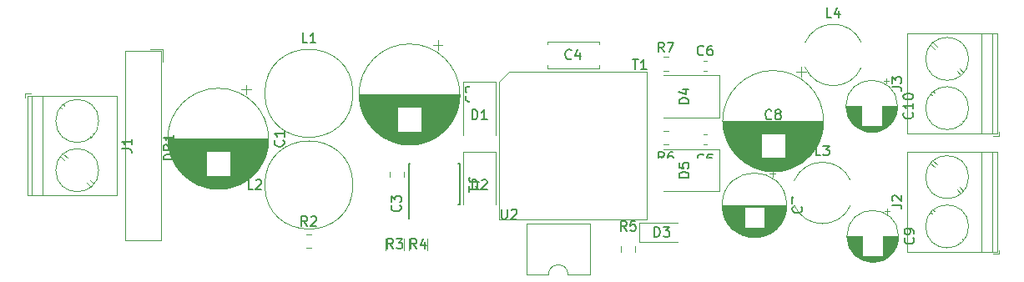
<source format=gbr>
%TF.GenerationSoftware,KiCad,Pcbnew,(5.1.6)-1*%
%TF.CreationDate,2021-01-14T17:27:39+01:00*%
%TF.ProjectId,pi_dual_output_pro_1,70695f64-7561-46c5-9f6f-75747075745f,rev?*%
%TF.SameCoordinates,Original*%
%TF.FileFunction,Legend,Top*%
%TF.FilePolarity,Positive*%
%FSLAX46Y46*%
G04 Gerber Fmt 4.6, Leading zero omitted, Abs format (unit mm)*
G04 Created by KiCad (PCBNEW (5.1.6)-1) date 2021-01-14 17:27:39*
%MOMM*%
%LPD*%
G01*
G04 APERTURE LIST*
%ADD10C,0.120000*%
%ADD11C,0.150000*%
%ADD12R,2.100000X1.880000*%
%ADD13R,2.100000X2.100000*%
%ADD14C,2.100000*%
%ADD15C,1.600000*%
%ADD16R,2.600000X2.400000*%
%ADD17C,2.700000*%
%ADD18R,2.700000X2.700000*%
%ADD19R,1.000000X1.300000*%
%ADD20R,1.900000X2.600000*%
%ADD21C,1.700000*%
%ADD22R,0.700000X2.100000*%
%ADD23R,1.700000X1.700000*%
G04 APERTURE END LIST*
D10*
%TO.C,R6*%
X167441422Y-139810000D02*
X167958578Y-139810000D01*
X167441422Y-138390000D02*
X167958578Y-138390000D01*
%TO.C,U2*%
X157800000Y-153000000D02*
X160035000Y-153000000D01*
X160035000Y-153000000D02*
X160035000Y-147800000D01*
X160035000Y-147800000D02*
X153565000Y-147800000D01*
X153565000Y-147800000D02*
X153565000Y-153000000D01*
X153565000Y-153000000D02*
X155800000Y-153000000D01*
X155800000Y-153000000D02*
G75*
G02*
X157800000Y-153000000I1000000J0D01*
G01*
%TO.C,DB1*%
X112900000Y-130300000D02*
X116500000Y-130300000D01*
X116500000Y-130300000D02*
X116500000Y-149500000D01*
X116500000Y-149500000D02*
X112900000Y-149500000D01*
X112900000Y-149500000D02*
X112900000Y-130300000D01*
X115400000Y-130100000D02*
X116700000Y-130100000D01*
X116700000Y-130100000D02*
X116700000Y-131400000D01*
%TO.C,T1*%
X165800000Y-132400000D02*
X151800000Y-132400000D01*
X151800000Y-132400000D02*
X150800000Y-133400000D01*
X150800000Y-133400000D02*
X150800000Y-147400000D01*
X150800000Y-147400000D02*
X165800000Y-147400000D01*
X165800000Y-147400000D02*
X165800000Y-132400000D01*
%TO.C,D4*%
X173150000Y-137050000D02*
X167450000Y-137050000D01*
X173150000Y-132750000D02*
X167450000Y-132750000D01*
X173150000Y-137050000D02*
X173150000Y-132750000D01*
%TO.C,C8*%
X181975000Y-132420354D02*
X180975000Y-132420354D01*
X181475000Y-131920354D02*
X181475000Y-132920354D01*
X179199000Y-142481000D02*
X178001000Y-142481000D01*
X179462000Y-142441000D02*
X177738000Y-142441000D01*
X179662000Y-142401000D02*
X177538000Y-142401000D01*
X179830000Y-142361000D02*
X177370000Y-142361000D01*
X179978000Y-142321000D02*
X177222000Y-142321000D01*
X180110000Y-142281000D02*
X177090000Y-142281000D01*
X180230000Y-142241000D02*
X176970000Y-142241000D01*
X180342000Y-142201000D02*
X176858000Y-142201000D01*
X180446000Y-142161000D02*
X176754000Y-142161000D01*
X180544000Y-142121000D02*
X176656000Y-142121000D01*
X180637000Y-142081000D02*
X176563000Y-142081000D01*
X180725000Y-142041000D02*
X176475000Y-142041000D01*
X180809000Y-142001000D02*
X176391000Y-142001000D01*
X180889000Y-141961000D02*
X176311000Y-141961000D01*
X180965000Y-141921000D02*
X176235000Y-141921000D01*
X181039000Y-141881000D02*
X176161000Y-141881000D01*
X181110000Y-141841000D02*
X176090000Y-141841000D01*
X181179000Y-141801000D02*
X176021000Y-141801000D01*
X181245000Y-141761000D02*
X175955000Y-141761000D01*
X181309000Y-141721000D02*
X175891000Y-141721000D01*
X181370000Y-141681000D02*
X175830000Y-141681000D01*
X181430000Y-141641000D02*
X175770000Y-141641000D01*
X181489000Y-141601000D02*
X175711000Y-141601000D01*
X181545000Y-141561000D02*
X175655000Y-141561000D01*
X181600000Y-141521000D02*
X175600000Y-141521000D01*
X181654000Y-141481000D02*
X175546000Y-141481000D01*
X181706000Y-141441000D02*
X175494000Y-141441000D01*
X181756000Y-141401000D02*
X175444000Y-141401000D01*
X181806000Y-141361000D02*
X175394000Y-141361000D01*
X181854000Y-141321000D02*
X175346000Y-141321000D01*
X181901000Y-141281000D02*
X175299000Y-141281000D01*
X181947000Y-141241000D02*
X175253000Y-141241000D01*
X181992000Y-141201000D02*
X175208000Y-141201000D01*
X182036000Y-141161000D02*
X175164000Y-141161000D01*
X177359000Y-141121000D02*
X175122000Y-141121000D01*
X182078000Y-141121000D02*
X179841000Y-141121000D01*
X177359000Y-141081000D02*
X175080000Y-141081000D01*
X182120000Y-141081000D02*
X179841000Y-141081000D01*
X177359000Y-141041000D02*
X175039000Y-141041000D01*
X182161000Y-141041000D02*
X179841000Y-141041000D01*
X177359000Y-141001000D02*
X174999000Y-141001000D01*
X182201000Y-141001000D02*
X179841000Y-141001000D01*
X177359000Y-140961000D02*
X174960000Y-140961000D01*
X182240000Y-140961000D02*
X179841000Y-140961000D01*
X177359000Y-140921000D02*
X174921000Y-140921000D01*
X182279000Y-140921000D02*
X179841000Y-140921000D01*
X177359000Y-140881000D02*
X174884000Y-140881000D01*
X182316000Y-140881000D02*
X179841000Y-140881000D01*
X177359000Y-140841000D02*
X174847000Y-140841000D01*
X182353000Y-140841000D02*
X179841000Y-140841000D01*
X177359000Y-140801000D02*
X174811000Y-140801000D01*
X182389000Y-140801000D02*
X179841000Y-140801000D01*
X177359000Y-140761000D02*
X174776000Y-140761000D01*
X182424000Y-140761000D02*
X179841000Y-140761000D01*
X177359000Y-140721000D02*
X174742000Y-140721000D01*
X182458000Y-140721000D02*
X179841000Y-140721000D01*
X177359000Y-140681000D02*
X174708000Y-140681000D01*
X182492000Y-140681000D02*
X179841000Y-140681000D01*
X177359000Y-140641000D02*
X174675000Y-140641000D01*
X182525000Y-140641000D02*
X179841000Y-140641000D01*
X177359000Y-140601000D02*
X174643000Y-140601000D01*
X182557000Y-140601000D02*
X179841000Y-140601000D01*
X177359000Y-140561000D02*
X174611000Y-140561000D01*
X182589000Y-140561000D02*
X179841000Y-140561000D01*
X177359000Y-140521000D02*
X174580000Y-140521000D01*
X182620000Y-140521000D02*
X179841000Y-140521000D01*
X177359000Y-140481000D02*
X174550000Y-140481000D01*
X182650000Y-140481000D02*
X179841000Y-140481000D01*
X177359000Y-140441000D02*
X174520000Y-140441000D01*
X182680000Y-140441000D02*
X179841000Y-140441000D01*
X177359000Y-140401000D02*
X174490000Y-140401000D01*
X182710000Y-140401000D02*
X179841000Y-140401000D01*
X177359000Y-140361000D02*
X174462000Y-140361000D01*
X182738000Y-140361000D02*
X179841000Y-140361000D01*
X177359000Y-140321000D02*
X174434000Y-140321000D01*
X182766000Y-140321000D02*
X179841000Y-140321000D01*
X177359000Y-140281000D02*
X174406000Y-140281000D01*
X182794000Y-140281000D02*
X179841000Y-140281000D01*
X177359000Y-140241000D02*
X174379000Y-140241000D01*
X182821000Y-140241000D02*
X179841000Y-140241000D01*
X177359000Y-140201000D02*
X174353000Y-140201000D01*
X182847000Y-140201000D02*
X179841000Y-140201000D01*
X177359000Y-140161000D02*
X174327000Y-140161000D01*
X182873000Y-140161000D02*
X179841000Y-140161000D01*
X177359000Y-140121000D02*
X174302000Y-140121000D01*
X182898000Y-140121000D02*
X179841000Y-140121000D01*
X177359000Y-140081000D02*
X174277000Y-140081000D01*
X182923000Y-140081000D02*
X179841000Y-140081000D01*
X177359000Y-140041000D02*
X174253000Y-140041000D01*
X182947000Y-140041000D02*
X179841000Y-140041000D01*
X177359000Y-140001000D02*
X174229000Y-140001000D01*
X182971000Y-140001000D02*
X179841000Y-140001000D01*
X177359000Y-139961000D02*
X174205000Y-139961000D01*
X182995000Y-139961000D02*
X179841000Y-139961000D01*
X177359000Y-139921000D02*
X174183000Y-139921000D01*
X183017000Y-139921000D02*
X179841000Y-139921000D01*
X177359000Y-139881000D02*
X174160000Y-139881000D01*
X183040000Y-139881000D02*
X179841000Y-139881000D01*
X177359000Y-139841000D02*
X174138000Y-139841000D01*
X183062000Y-139841000D02*
X179841000Y-139841000D01*
X177359000Y-139801000D02*
X174117000Y-139801000D01*
X183083000Y-139801000D02*
X179841000Y-139801000D01*
X177359000Y-139761000D02*
X174096000Y-139761000D01*
X183104000Y-139761000D02*
X179841000Y-139761000D01*
X177359000Y-139721000D02*
X174075000Y-139721000D01*
X183125000Y-139721000D02*
X179841000Y-139721000D01*
X177359000Y-139681000D02*
X174055000Y-139681000D01*
X183145000Y-139681000D02*
X179841000Y-139681000D01*
X177359000Y-139641000D02*
X174036000Y-139641000D01*
X183164000Y-139641000D02*
X179841000Y-139641000D01*
X177359000Y-139601000D02*
X174016000Y-139601000D01*
X183184000Y-139601000D02*
X179841000Y-139601000D01*
X177359000Y-139561000D02*
X173997000Y-139561000D01*
X183203000Y-139561000D02*
X179841000Y-139561000D01*
X177359000Y-139521000D02*
X173979000Y-139521000D01*
X183221000Y-139521000D02*
X179841000Y-139521000D01*
X177359000Y-139481000D02*
X173961000Y-139481000D01*
X183239000Y-139481000D02*
X179841000Y-139481000D01*
X177359000Y-139441000D02*
X173943000Y-139441000D01*
X183257000Y-139441000D02*
X179841000Y-139441000D01*
X177359000Y-139401000D02*
X173926000Y-139401000D01*
X183274000Y-139401000D02*
X179841000Y-139401000D01*
X177359000Y-139361000D02*
X173910000Y-139361000D01*
X183290000Y-139361000D02*
X179841000Y-139361000D01*
X177359000Y-139321000D02*
X173893000Y-139321000D01*
X183307000Y-139321000D02*
X179841000Y-139321000D01*
X177359000Y-139281000D02*
X173877000Y-139281000D01*
X183323000Y-139281000D02*
X179841000Y-139281000D01*
X177359000Y-139241000D02*
X173862000Y-139241000D01*
X183338000Y-139241000D02*
X179841000Y-139241000D01*
X177359000Y-139201000D02*
X173846000Y-139201000D01*
X183354000Y-139201000D02*
X179841000Y-139201000D01*
X177359000Y-139161000D02*
X173832000Y-139161000D01*
X183368000Y-139161000D02*
X179841000Y-139161000D01*
X177359000Y-139121000D02*
X173817000Y-139121000D01*
X183383000Y-139121000D02*
X179841000Y-139121000D01*
X177359000Y-139081000D02*
X173803000Y-139081000D01*
X183397000Y-139081000D02*
X179841000Y-139081000D01*
X177359000Y-139041000D02*
X173789000Y-139041000D01*
X183411000Y-139041000D02*
X179841000Y-139041000D01*
X177359000Y-139001000D02*
X173776000Y-139001000D01*
X183424000Y-139001000D02*
X179841000Y-139001000D01*
X177359000Y-138961000D02*
X173763000Y-138961000D01*
X183437000Y-138961000D02*
X179841000Y-138961000D01*
X177359000Y-138921000D02*
X173750000Y-138921000D01*
X183450000Y-138921000D02*
X179841000Y-138921000D01*
X177359000Y-138881000D02*
X173738000Y-138881000D01*
X183462000Y-138881000D02*
X179841000Y-138881000D01*
X177359000Y-138841000D02*
X173726000Y-138841000D01*
X183474000Y-138841000D02*
X179841000Y-138841000D01*
X177359000Y-138801000D02*
X173715000Y-138801000D01*
X183485000Y-138801000D02*
X179841000Y-138801000D01*
X177359000Y-138761000D02*
X173703000Y-138761000D01*
X183497000Y-138761000D02*
X179841000Y-138761000D01*
X177359000Y-138721000D02*
X173693000Y-138721000D01*
X183507000Y-138721000D02*
X179841000Y-138721000D01*
X177359000Y-138681000D02*
X173682000Y-138681000D01*
X183518000Y-138681000D02*
X179841000Y-138681000D01*
X183528000Y-138641000D02*
X173672000Y-138641000D01*
X183538000Y-138601000D02*
X173662000Y-138601000D01*
X183547000Y-138561000D02*
X173653000Y-138561000D01*
X183556000Y-138521000D02*
X173644000Y-138521000D01*
X183565000Y-138481000D02*
X173635000Y-138481000D01*
X183574000Y-138441000D02*
X173626000Y-138441000D01*
X183582000Y-138401000D02*
X173618000Y-138401000D01*
X183590000Y-138361000D02*
X173610000Y-138361000D01*
X183597000Y-138321000D02*
X173603000Y-138321000D01*
X183604000Y-138281000D02*
X173596000Y-138281000D01*
X183611000Y-138241000D02*
X173589000Y-138241000D01*
X183618000Y-138201000D02*
X173582000Y-138201000D01*
X183624000Y-138161000D02*
X173576000Y-138161000D01*
X183630000Y-138121000D02*
X173570000Y-138121000D01*
X183635000Y-138080000D02*
X173565000Y-138080000D01*
X183640000Y-138040000D02*
X173560000Y-138040000D01*
X183645000Y-138000000D02*
X173555000Y-138000000D01*
X183650000Y-137960000D02*
X173550000Y-137960000D01*
X183654000Y-137920000D02*
X173546000Y-137920000D01*
X183658000Y-137880000D02*
X173542000Y-137880000D01*
X183662000Y-137840000D02*
X173538000Y-137840000D01*
X183665000Y-137800000D02*
X173535000Y-137800000D01*
X183668000Y-137760000D02*
X173532000Y-137760000D01*
X183670000Y-137720000D02*
X173530000Y-137720000D01*
X183673000Y-137680000D02*
X173527000Y-137680000D01*
X183675000Y-137640000D02*
X173525000Y-137640000D01*
X183677000Y-137600000D02*
X173523000Y-137600000D01*
X183678000Y-137560000D02*
X173522000Y-137560000D01*
X183679000Y-137520000D02*
X173521000Y-137520000D01*
X183680000Y-137480000D02*
X173520000Y-137480000D01*
X183680000Y-137440000D02*
X173520000Y-137440000D01*
X183680000Y-137400000D02*
X173520000Y-137400000D01*
X183720000Y-137400000D02*
G75*
G03*
X183720000Y-137400000I-5120000J0D01*
G01*
%TO.C,J3*%
X198430000Y-136100000D02*
G75*
G03*
X198430000Y-136100000I-2180000J0D01*
G01*
X198430000Y-131100000D02*
G75*
G03*
X198430000Y-131100000I-2180000J0D01*
G01*
X200850000Y-138660000D02*
X200850000Y-128540000D01*
X199750000Y-138660000D02*
X199750000Y-128540000D01*
X192190000Y-138660000D02*
X192190000Y-128540000D01*
X201310000Y-138660000D02*
X201310000Y-128540000D01*
X192190000Y-138660000D02*
X201310000Y-138660000D01*
X192190000Y-128540000D02*
X201310000Y-128540000D01*
X194862000Y-134446000D02*
X194969000Y-134553000D01*
X197797000Y-137382000D02*
X197904000Y-137488000D01*
X194596000Y-134712000D02*
X194703000Y-134819000D01*
X197531000Y-137648000D02*
X197638000Y-137754000D01*
X194862000Y-129446000D02*
X195258000Y-129841000D01*
X197524000Y-132107000D02*
X197904000Y-132487000D01*
X194596000Y-129712000D02*
X194976000Y-130092000D01*
X197242000Y-132358000D02*
X197638000Y-132753000D01*
X200910000Y-138900000D02*
X201550000Y-138900000D01*
X201550000Y-138900000D02*
X201550000Y-138500000D01*
%TO.C,J2*%
X198430000Y-148100000D02*
G75*
G03*
X198430000Y-148100000I-2180000J0D01*
G01*
X198430000Y-143100000D02*
G75*
G03*
X198430000Y-143100000I-2180000J0D01*
G01*
X200850000Y-150660000D02*
X200850000Y-140540000D01*
X199750000Y-150660000D02*
X199750000Y-140540000D01*
X192190000Y-150660000D02*
X192190000Y-140540000D01*
X201310000Y-150660000D02*
X201310000Y-140540000D01*
X192190000Y-150660000D02*
X201310000Y-150660000D01*
X192190000Y-140540000D02*
X201310000Y-140540000D01*
X194862000Y-146446000D02*
X194969000Y-146553000D01*
X197797000Y-149382000D02*
X197904000Y-149488000D01*
X194596000Y-146712000D02*
X194703000Y-146819000D01*
X197531000Y-149648000D02*
X197638000Y-149754000D01*
X194862000Y-141446000D02*
X195258000Y-141841000D01*
X197524000Y-144107000D02*
X197904000Y-144487000D01*
X194596000Y-141712000D02*
X194976000Y-142092000D01*
X197242000Y-144358000D02*
X197638000Y-144753000D01*
X200910000Y-150900000D02*
X201550000Y-150900000D01*
X201550000Y-150900000D02*
X201550000Y-150500000D01*
%TO.C,J1*%
X110180000Y-137400000D02*
G75*
G03*
X110180000Y-137400000I-2180000J0D01*
G01*
X110180000Y-142400000D02*
G75*
G03*
X110180000Y-142400000I-2180000J0D01*
G01*
X103400000Y-134840000D02*
X103400000Y-144960000D01*
X104500000Y-134840000D02*
X104500000Y-144960000D01*
X112060000Y-134840000D02*
X112060000Y-144960000D01*
X102940000Y-134840000D02*
X102940000Y-144960000D01*
X112060000Y-134840000D02*
X102940000Y-134840000D01*
X112060000Y-144960000D02*
X102940000Y-144960000D01*
X109388000Y-139054000D02*
X109281000Y-138947000D01*
X106453000Y-136118000D02*
X106346000Y-136012000D01*
X109654000Y-138788000D02*
X109547000Y-138681000D01*
X106719000Y-135852000D02*
X106612000Y-135746000D01*
X109388000Y-144054000D02*
X108992000Y-143659000D01*
X106726000Y-141393000D02*
X106346000Y-141013000D01*
X109654000Y-143788000D02*
X109274000Y-143408000D01*
X107008000Y-141142000D02*
X106612000Y-140747000D01*
X103340000Y-134600000D02*
X102700000Y-134600000D01*
X102700000Y-134600000D02*
X102700000Y-135000000D01*
%TO.C,D3*%
X165050000Y-147700000D02*
X168950000Y-147700000D01*
X165050000Y-149700000D02*
X168950000Y-149700000D01*
X165050000Y-147700000D02*
X165050000Y-149700000D01*
%TO.C,D5*%
X173150000Y-144550000D02*
X167450000Y-144550000D01*
X173150000Y-140250000D02*
X167450000Y-140250000D01*
X173150000Y-144550000D02*
X173150000Y-140250000D01*
%TO.C,D2*%
X150450000Y-140500000D02*
X150450000Y-145900000D01*
X147150000Y-140500000D02*
X147150000Y-145900000D01*
X150450000Y-140500000D02*
X147150000Y-140500000D01*
%TO.C,R4*%
X143510000Y-149297936D02*
X143510000Y-150502064D01*
X141690000Y-149297936D02*
X141690000Y-150502064D01*
%TO.C,R3*%
X139290000Y-150502064D02*
X139290000Y-149297936D01*
X141110000Y-150502064D02*
X141110000Y-149297936D01*
%TO.C,R7*%
X167441422Y-132310000D02*
X167958578Y-132310000D01*
X167441422Y-130890000D02*
X167958578Y-130890000D01*
%TO.C,R5*%
X164610000Y-150658578D02*
X164610000Y-150141422D01*
X163190000Y-150658578D02*
X163190000Y-150141422D01*
%TO.C,R2*%
X131758578Y-148890000D02*
X131241422Y-148890000D01*
X131758578Y-150310000D02*
X131241422Y-150310000D01*
%TO.C,L4*%
X187554260Y-131960000D02*
G75*
G02*
X181845740Y-131960000I-2854260J1260000D01*
G01*
X187554260Y-129440000D02*
G75*
G03*
X181845740Y-129440000I-2854260J-1260000D01*
G01*
%TO.C,L3*%
X186454260Y-145960000D02*
G75*
G02*
X180745740Y-145960000I-2854260J1260000D01*
G01*
X186454260Y-143440000D02*
G75*
G03*
X180745740Y-143440000I-2854260J-1260000D01*
G01*
%TO.C,C4*%
X155680000Y-129645000D02*
X155680000Y-129330000D01*
X155680000Y-132070000D02*
X155680000Y-131755000D01*
X160920000Y-129645000D02*
X160920000Y-129330000D01*
X160920000Y-132070000D02*
X160920000Y-131755000D01*
X160920000Y-129330000D02*
X155680000Y-129330000D01*
X160920000Y-132070000D02*
X155680000Y-132070000D01*
%TO.C,D1*%
X150450000Y-133400000D02*
X147150000Y-133400000D01*
X147150000Y-133400000D02*
X147150000Y-138800000D01*
X150450000Y-133400000D02*
X150450000Y-138800000D01*
D11*
%TO.C,U1*%
X141625000Y-145875000D02*
X141675000Y-145875000D01*
X141625000Y-141725000D02*
X141770000Y-141725000D01*
X146775000Y-141725000D02*
X146630000Y-141725000D01*
X146775000Y-145875000D02*
X146630000Y-145875000D01*
X141625000Y-145875000D02*
X141625000Y-141725000D01*
X146775000Y-145875000D02*
X146775000Y-141725000D01*
X141675000Y-145875000D02*
X141675000Y-147275000D01*
D10*
%TO.C,L2*%
X135970000Y-143900000D02*
G75*
G03*
X135970000Y-143900000I-4470000J0D01*
G01*
%TO.C,L1*%
X135970000Y-134600000D02*
G75*
G03*
X135970000Y-134600000I-4470000J0D01*
G01*
%TO.C,C10*%
X191220000Y-135900000D02*
G75*
G03*
X191220000Y-135900000I-2620000J0D01*
G01*
X187560000Y-135900000D02*
X186020000Y-135900000D01*
X191180000Y-135900000D02*
X189640000Y-135900000D01*
X187560000Y-135940000D02*
X186020000Y-135940000D01*
X191180000Y-135940000D02*
X189640000Y-135940000D01*
X191179000Y-135980000D02*
X189640000Y-135980000D01*
X187560000Y-135980000D02*
X186021000Y-135980000D01*
X191178000Y-136020000D02*
X189640000Y-136020000D01*
X187560000Y-136020000D02*
X186022000Y-136020000D01*
X191176000Y-136060000D02*
X189640000Y-136060000D01*
X187560000Y-136060000D02*
X186024000Y-136060000D01*
X191173000Y-136100000D02*
X189640000Y-136100000D01*
X187560000Y-136100000D02*
X186027000Y-136100000D01*
X191169000Y-136140000D02*
X189640000Y-136140000D01*
X187560000Y-136140000D02*
X186031000Y-136140000D01*
X191165000Y-136180000D02*
X189640000Y-136180000D01*
X187560000Y-136180000D02*
X186035000Y-136180000D01*
X191161000Y-136220000D02*
X189640000Y-136220000D01*
X187560000Y-136220000D02*
X186039000Y-136220000D01*
X191156000Y-136260000D02*
X189640000Y-136260000D01*
X187560000Y-136260000D02*
X186044000Y-136260000D01*
X191150000Y-136300000D02*
X189640000Y-136300000D01*
X187560000Y-136300000D02*
X186050000Y-136300000D01*
X191143000Y-136340000D02*
X189640000Y-136340000D01*
X187560000Y-136340000D02*
X186057000Y-136340000D01*
X191136000Y-136380000D02*
X189640000Y-136380000D01*
X187560000Y-136380000D02*
X186064000Y-136380000D01*
X191128000Y-136420000D02*
X189640000Y-136420000D01*
X187560000Y-136420000D02*
X186072000Y-136420000D01*
X191120000Y-136460000D02*
X189640000Y-136460000D01*
X187560000Y-136460000D02*
X186080000Y-136460000D01*
X191111000Y-136500000D02*
X189640000Y-136500000D01*
X187560000Y-136500000D02*
X186089000Y-136500000D01*
X191101000Y-136540000D02*
X189640000Y-136540000D01*
X187560000Y-136540000D02*
X186099000Y-136540000D01*
X191091000Y-136580000D02*
X189640000Y-136580000D01*
X187560000Y-136580000D02*
X186109000Y-136580000D01*
X191080000Y-136621000D02*
X189640000Y-136621000D01*
X187560000Y-136621000D02*
X186120000Y-136621000D01*
X191068000Y-136661000D02*
X189640000Y-136661000D01*
X187560000Y-136661000D02*
X186132000Y-136661000D01*
X191055000Y-136701000D02*
X189640000Y-136701000D01*
X187560000Y-136701000D02*
X186145000Y-136701000D01*
X191042000Y-136741000D02*
X189640000Y-136741000D01*
X187560000Y-136741000D02*
X186158000Y-136741000D01*
X191028000Y-136781000D02*
X189640000Y-136781000D01*
X187560000Y-136781000D02*
X186172000Y-136781000D01*
X191014000Y-136821000D02*
X189640000Y-136821000D01*
X187560000Y-136821000D02*
X186186000Y-136821000D01*
X190998000Y-136861000D02*
X189640000Y-136861000D01*
X187560000Y-136861000D02*
X186202000Y-136861000D01*
X190982000Y-136901000D02*
X189640000Y-136901000D01*
X187560000Y-136901000D02*
X186218000Y-136901000D01*
X190965000Y-136941000D02*
X189640000Y-136941000D01*
X187560000Y-136941000D02*
X186235000Y-136941000D01*
X190948000Y-136981000D02*
X189640000Y-136981000D01*
X187560000Y-136981000D02*
X186252000Y-136981000D01*
X190929000Y-137021000D02*
X189640000Y-137021000D01*
X187560000Y-137021000D02*
X186271000Y-137021000D01*
X190910000Y-137061000D02*
X189640000Y-137061000D01*
X187560000Y-137061000D02*
X186290000Y-137061000D01*
X190890000Y-137101000D02*
X189640000Y-137101000D01*
X187560000Y-137101000D02*
X186310000Y-137101000D01*
X190868000Y-137141000D02*
X189640000Y-137141000D01*
X187560000Y-137141000D02*
X186332000Y-137141000D01*
X190847000Y-137181000D02*
X189640000Y-137181000D01*
X187560000Y-137181000D02*
X186353000Y-137181000D01*
X190824000Y-137221000D02*
X189640000Y-137221000D01*
X187560000Y-137221000D02*
X186376000Y-137221000D01*
X190800000Y-137261000D02*
X189640000Y-137261000D01*
X187560000Y-137261000D02*
X186400000Y-137261000D01*
X190775000Y-137301000D02*
X189640000Y-137301000D01*
X187560000Y-137301000D02*
X186425000Y-137301000D01*
X190749000Y-137341000D02*
X189640000Y-137341000D01*
X187560000Y-137341000D02*
X186451000Y-137341000D01*
X190722000Y-137381000D02*
X189640000Y-137381000D01*
X187560000Y-137381000D02*
X186478000Y-137381000D01*
X190695000Y-137421000D02*
X189640000Y-137421000D01*
X187560000Y-137421000D02*
X186505000Y-137421000D01*
X190665000Y-137461000D02*
X189640000Y-137461000D01*
X187560000Y-137461000D02*
X186535000Y-137461000D01*
X190635000Y-137501000D02*
X189640000Y-137501000D01*
X187560000Y-137501000D02*
X186565000Y-137501000D01*
X190604000Y-137541000D02*
X189640000Y-137541000D01*
X187560000Y-137541000D02*
X186596000Y-137541000D01*
X190571000Y-137581000D02*
X189640000Y-137581000D01*
X187560000Y-137581000D02*
X186629000Y-137581000D01*
X190537000Y-137621000D02*
X189640000Y-137621000D01*
X187560000Y-137621000D02*
X186663000Y-137621000D01*
X190501000Y-137661000D02*
X189640000Y-137661000D01*
X187560000Y-137661000D02*
X186699000Y-137661000D01*
X190464000Y-137701000D02*
X189640000Y-137701000D01*
X187560000Y-137701000D02*
X186736000Y-137701000D01*
X190426000Y-137741000D02*
X189640000Y-137741000D01*
X187560000Y-137741000D02*
X186774000Y-137741000D01*
X190385000Y-137781000D02*
X189640000Y-137781000D01*
X187560000Y-137781000D02*
X186815000Y-137781000D01*
X190343000Y-137821000D02*
X189640000Y-137821000D01*
X187560000Y-137821000D02*
X186857000Y-137821000D01*
X190299000Y-137861000D02*
X189640000Y-137861000D01*
X187560000Y-137861000D02*
X186901000Y-137861000D01*
X190253000Y-137901000D02*
X189640000Y-137901000D01*
X187560000Y-137901000D02*
X186947000Y-137901000D01*
X190205000Y-137941000D02*
X186995000Y-137941000D01*
X190154000Y-137981000D02*
X187046000Y-137981000D01*
X190100000Y-138021000D02*
X187100000Y-138021000D01*
X190043000Y-138061000D02*
X187157000Y-138061000D01*
X189983000Y-138101000D02*
X187217000Y-138101000D01*
X189919000Y-138141000D02*
X187281000Y-138141000D01*
X189851000Y-138181000D02*
X187349000Y-138181000D01*
X189778000Y-138221000D02*
X187422000Y-138221000D01*
X189698000Y-138261000D02*
X187502000Y-138261000D01*
X189611000Y-138301000D02*
X187589000Y-138301000D01*
X189515000Y-138341000D02*
X187685000Y-138341000D01*
X189405000Y-138381000D02*
X187795000Y-138381000D01*
X189277000Y-138421000D02*
X187923000Y-138421000D01*
X189118000Y-138461000D02*
X188082000Y-138461000D01*
X188884000Y-138501000D02*
X188316000Y-138501000D01*
X190075000Y-133095225D02*
X190075000Y-133595225D01*
X190325000Y-133345225D02*
X189825000Y-133345225D01*
%TO.C,C9*%
X191320000Y-149100000D02*
G75*
G03*
X191320000Y-149100000I-2620000J0D01*
G01*
X187660000Y-149100000D02*
X186120000Y-149100000D01*
X191280000Y-149100000D02*
X189740000Y-149100000D01*
X187660000Y-149140000D02*
X186120000Y-149140000D01*
X191280000Y-149140000D02*
X189740000Y-149140000D01*
X191279000Y-149180000D02*
X189740000Y-149180000D01*
X187660000Y-149180000D02*
X186121000Y-149180000D01*
X191278000Y-149220000D02*
X189740000Y-149220000D01*
X187660000Y-149220000D02*
X186122000Y-149220000D01*
X191276000Y-149260000D02*
X189740000Y-149260000D01*
X187660000Y-149260000D02*
X186124000Y-149260000D01*
X191273000Y-149300000D02*
X189740000Y-149300000D01*
X187660000Y-149300000D02*
X186127000Y-149300000D01*
X191269000Y-149340000D02*
X189740000Y-149340000D01*
X187660000Y-149340000D02*
X186131000Y-149340000D01*
X191265000Y-149380000D02*
X189740000Y-149380000D01*
X187660000Y-149380000D02*
X186135000Y-149380000D01*
X191261000Y-149420000D02*
X189740000Y-149420000D01*
X187660000Y-149420000D02*
X186139000Y-149420000D01*
X191256000Y-149460000D02*
X189740000Y-149460000D01*
X187660000Y-149460000D02*
X186144000Y-149460000D01*
X191250000Y-149500000D02*
X189740000Y-149500000D01*
X187660000Y-149500000D02*
X186150000Y-149500000D01*
X191243000Y-149540000D02*
X189740000Y-149540000D01*
X187660000Y-149540000D02*
X186157000Y-149540000D01*
X191236000Y-149580000D02*
X189740000Y-149580000D01*
X187660000Y-149580000D02*
X186164000Y-149580000D01*
X191228000Y-149620000D02*
X189740000Y-149620000D01*
X187660000Y-149620000D02*
X186172000Y-149620000D01*
X191220000Y-149660000D02*
X189740000Y-149660000D01*
X187660000Y-149660000D02*
X186180000Y-149660000D01*
X191211000Y-149700000D02*
X189740000Y-149700000D01*
X187660000Y-149700000D02*
X186189000Y-149700000D01*
X191201000Y-149740000D02*
X189740000Y-149740000D01*
X187660000Y-149740000D02*
X186199000Y-149740000D01*
X191191000Y-149780000D02*
X189740000Y-149780000D01*
X187660000Y-149780000D02*
X186209000Y-149780000D01*
X191180000Y-149821000D02*
X189740000Y-149821000D01*
X187660000Y-149821000D02*
X186220000Y-149821000D01*
X191168000Y-149861000D02*
X189740000Y-149861000D01*
X187660000Y-149861000D02*
X186232000Y-149861000D01*
X191155000Y-149901000D02*
X189740000Y-149901000D01*
X187660000Y-149901000D02*
X186245000Y-149901000D01*
X191142000Y-149941000D02*
X189740000Y-149941000D01*
X187660000Y-149941000D02*
X186258000Y-149941000D01*
X191128000Y-149981000D02*
X189740000Y-149981000D01*
X187660000Y-149981000D02*
X186272000Y-149981000D01*
X191114000Y-150021000D02*
X189740000Y-150021000D01*
X187660000Y-150021000D02*
X186286000Y-150021000D01*
X191098000Y-150061000D02*
X189740000Y-150061000D01*
X187660000Y-150061000D02*
X186302000Y-150061000D01*
X191082000Y-150101000D02*
X189740000Y-150101000D01*
X187660000Y-150101000D02*
X186318000Y-150101000D01*
X191065000Y-150141000D02*
X189740000Y-150141000D01*
X187660000Y-150141000D02*
X186335000Y-150141000D01*
X191048000Y-150181000D02*
X189740000Y-150181000D01*
X187660000Y-150181000D02*
X186352000Y-150181000D01*
X191029000Y-150221000D02*
X189740000Y-150221000D01*
X187660000Y-150221000D02*
X186371000Y-150221000D01*
X191010000Y-150261000D02*
X189740000Y-150261000D01*
X187660000Y-150261000D02*
X186390000Y-150261000D01*
X190990000Y-150301000D02*
X189740000Y-150301000D01*
X187660000Y-150301000D02*
X186410000Y-150301000D01*
X190968000Y-150341000D02*
X189740000Y-150341000D01*
X187660000Y-150341000D02*
X186432000Y-150341000D01*
X190947000Y-150381000D02*
X189740000Y-150381000D01*
X187660000Y-150381000D02*
X186453000Y-150381000D01*
X190924000Y-150421000D02*
X189740000Y-150421000D01*
X187660000Y-150421000D02*
X186476000Y-150421000D01*
X190900000Y-150461000D02*
X189740000Y-150461000D01*
X187660000Y-150461000D02*
X186500000Y-150461000D01*
X190875000Y-150501000D02*
X189740000Y-150501000D01*
X187660000Y-150501000D02*
X186525000Y-150501000D01*
X190849000Y-150541000D02*
X189740000Y-150541000D01*
X187660000Y-150541000D02*
X186551000Y-150541000D01*
X190822000Y-150581000D02*
X189740000Y-150581000D01*
X187660000Y-150581000D02*
X186578000Y-150581000D01*
X190795000Y-150621000D02*
X189740000Y-150621000D01*
X187660000Y-150621000D02*
X186605000Y-150621000D01*
X190765000Y-150661000D02*
X189740000Y-150661000D01*
X187660000Y-150661000D02*
X186635000Y-150661000D01*
X190735000Y-150701000D02*
X189740000Y-150701000D01*
X187660000Y-150701000D02*
X186665000Y-150701000D01*
X190704000Y-150741000D02*
X189740000Y-150741000D01*
X187660000Y-150741000D02*
X186696000Y-150741000D01*
X190671000Y-150781000D02*
X189740000Y-150781000D01*
X187660000Y-150781000D02*
X186729000Y-150781000D01*
X190637000Y-150821000D02*
X189740000Y-150821000D01*
X187660000Y-150821000D02*
X186763000Y-150821000D01*
X190601000Y-150861000D02*
X189740000Y-150861000D01*
X187660000Y-150861000D02*
X186799000Y-150861000D01*
X190564000Y-150901000D02*
X189740000Y-150901000D01*
X187660000Y-150901000D02*
X186836000Y-150901000D01*
X190526000Y-150941000D02*
X189740000Y-150941000D01*
X187660000Y-150941000D02*
X186874000Y-150941000D01*
X190485000Y-150981000D02*
X189740000Y-150981000D01*
X187660000Y-150981000D02*
X186915000Y-150981000D01*
X190443000Y-151021000D02*
X189740000Y-151021000D01*
X187660000Y-151021000D02*
X186957000Y-151021000D01*
X190399000Y-151061000D02*
X189740000Y-151061000D01*
X187660000Y-151061000D02*
X187001000Y-151061000D01*
X190353000Y-151101000D02*
X189740000Y-151101000D01*
X187660000Y-151101000D02*
X187047000Y-151101000D01*
X190305000Y-151141000D02*
X187095000Y-151141000D01*
X190254000Y-151181000D02*
X187146000Y-151181000D01*
X190200000Y-151221000D02*
X187200000Y-151221000D01*
X190143000Y-151261000D02*
X187257000Y-151261000D01*
X190083000Y-151301000D02*
X187317000Y-151301000D01*
X190019000Y-151341000D02*
X187381000Y-151341000D01*
X189951000Y-151381000D02*
X187449000Y-151381000D01*
X189878000Y-151421000D02*
X187522000Y-151421000D01*
X189798000Y-151461000D02*
X187602000Y-151461000D01*
X189711000Y-151501000D02*
X187689000Y-151501000D01*
X189615000Y-151541000D02*
X187785000Y-151541000D01*
X189505000Y-151581000D02*
X187895000Y-151581000D01*
X189377000Y-151621000D02*
X188023000Y-151621000D01*
X189218000Y-151661000D02*
X188182000Y-151661000D01*
X188984000Y-151701000D02*
X188416000Y-151701000D01*
X190175000Y-146295225D02*
X190175000Y-146795225D01*
X190425000Y-146545225D02*
X189925000Y-146545225D01*
%TO.C,C7*%
X179970000Y-145950000D02*
G75*
G03*
X179970000Y-145950000I-3270000J0D01*
G01*
X179930000Y-145950000D02*
X173470000Y-145950000D01*
X179930000Y-145990000D02*
X173470000Y-145990000D01*
X179930000Y-146030000D02*
X173470000Y-146030000D01*
X179928000Y-146070000D02*
X173472000Y-146070000D01*
X179927000Y-146110000D02*
X173473000Y-146110000D01*
X179924000Y-146150000D02*
X173476000Y-146150000D01*
X179922000Y-146190000D02*
X177740000Y-146190000D01*
X175660000Y-146190000D02*
X173478000Y-146190000D01*
X179918000Y-146230000D02*
X177740000Y-146230000D01*
X175660000Y-146230000D02*
X173482000Y-146230000D01*
X179915000Y-146270000D02*
X177740000Y-146270000D01*
X175660000Y-146270000D02*
X173485000Y-146270000D01*
X179911000Y-146310000D02*
X177740000Y-146310000D01*
X175660000Y-146310000D02*
X173489000Y-146310000D01*
X179906000Y-146350000D02*
X177740000Y-146350000D01*
X175660000Y-146350000D02*
X173494000Y-146350000D01*
X179901000Y-146390000D02*
X177740000Y-146390000D01*
X175660000Y-146390000D02*
X173499000Y-146390000D01*
X179895000Y-146430000D02*
X177740000Y-146430000D01*
X175660000Y-146430000D02*
X173505000Y-146430000D01*
X179889000Y-146470000D02*
X177740000Y-146470000D01*
X175660000Y-146470000D02*
X173511000Y-146470000D01*
X179882000Y-146510000D02*
X177740000Y-146510000D01*
X175660000Y-146510000D02*
X173518000Y-146510000D01*
X179875000Y-146550000D02*
X177740000Y-146550000D01*
X175660000Y-146550000D02*
X173525000Y-146550000D01*
X179867000Y-146590000D02*
X177740000Y-146590000D01*
X175660000Y-146590000D02*
X173533000Y-146590000D01*
X179859000Y-146630000D02*
X177740000Y-146630000D01*
X175660000Y-146630000D02*
X173541000Y-146630000D01*
X179850000Y-146671000D02*
X177740000Y-146671000D01*
X175660000Y-146671000D02*
X173550000Y-146671000D01*
X179841000Y-146711000D02*
X177740000Y-146711000D01*
X175660000Y-146711000D02*
X173559000Y-146711000D01*
X179831000Y-146751000D02*
X177740000Y-146751000D01*
X175660000Y-146751000D02*
X173569000Y-146751000D01*
X179821000Y-146791000D02*
X177740000Y-146791000D01*
X175660000Y-146791000D02*
X173579000Y-146791000D01*
X179810000Y-146831000D02*
X177740000Y-146831000D01*
X175660000Y-146831000D02*
X173590000Y-146831000D01*
X179798000Y-146871000D02*
X177740000Y-146871000D01*
X175660000Y-146871000D02*
X173602000Y-146871000D01*
X179786000Y-146911000D02*
X177740000Y-146911000D01*
X175660000Y-146911000D02*
X173614000Y-146911000D01*
X179774000Y-146951000D02*
X177740000Y-146951000D01*
X175660000Y-146951000D02*
X173626000Y-146951000D01*
X179761000Y-146991000D02*
X177740000Y-146991000D01*
X175660000Y-146991000D02*
X173639000Y-146991000D01*
X179747000Y-147031000D02*
X177740000Y-147031000D01*
X175660000Y-147031000D02*
X173653000Y-147031000D01*
X179733000Y-147071000D02*
X177740000Y-147071000D01*
X175660000Y-147071000D02*
X173667000Y-147071000D01*
X179718000Y-147111000D02*
X177740000Y-147111000D01*
X175660000Y-147111000D02*
X173682000Y-147111000D01*
X179702000Y-147151000D02*
X177740000Y-147151000D01*
X175660000Y-147151000D02*
X173698000Y-147151000D01*
X179686000Y-147191000D02*
X177740000Y-147191000D01*
X175660000Y-147191000D02*
X173714000Y-147191000D01*
X179670000Y-147231000D02*
X177740000Y-147231000D01*
X175660000Y-147231000D02*
X173730000Y-147231000D01*
X179652000Y-147271000D02*
X177740000Y-147271000D01*
X175660000Y-147271000D02*
X173748000Y-147271000D01*
X179634000Y-147311000D02*
X177740000Y-147311000D01*
X175660000Y-147311000D02*
X173766000Y-147311000D01*
X179616000Y-147351000D02*
X177740000Y-147351000D01*
X175660000Y-147351000D02*
X173784000Y-147351000D01*
X179596000Y-147391000D02*
X177740000Y-147391000D01*
X175660000Y-147391000D02*
X173804000Y-147391000D01*
X179576000Y-147431000D02*
X177740000Y-147431000D01*
X175660000Y-147431000D02*
X173824000Y-147431000D01*
X179556000Y-147471000D02*
X177740000Y-147471000D01*
X175660000Y-147471000D02*
X173844000Y-147471000D01*
X179534000Y-147511000D02*
X177740000Y-147511000D01*
X175660000Y-147511000D02*
X173866000Y-147511000D01*
X179512000Y-147551000D02*
X177740000Y-147551000D01*
X175660000Y-147551000D02*
X173888000Y-147551000D01*
X179490000Y-147591000D02*
X177740000Y-147591000D01*
X175660000Y-147591000D02*
X173910000Y-147591000D01*
X179466000Y-147631000D02*
X177740000Y-147631000D01*
X175660000Y-147631000D02*
X173934000Y-147631000D01*
X179442000Y-147671000D02*
X177740000Y-147671000D01*
X175660000Y-147671000D02*
X173958000Y-147671000D01*
X179416000Y-147711000D02*
X177740000Y-147711000D01*
X175660000Y-147711000D02*
X173984000Y-147711000D01*
X179390000Y-147751000D02*
X177740000Y-147751000D01*
X175660000Y-147751000D02*
X174010000Y-147751000D01*
X179364000Y-147791000D02*
X177740000Y-147791000D01*
X175660000Y-147791000D02*
X174036000Y-147791000D01*
X179336000Y-147831000D02*
X177740000Y-147831000D01*
X175660000Y-147831000D02*
X174064000Y-147831000D01*
X179307000Y-147871000D02*
X177740000Y-147871000D01*
X175660000Y-147871000D02*
X174093000Y-147871000D01*
X179278000Y-147911000D02*
X177740000Y-147911000D01*
X175660000Y-147911000D02*
X174122000Y-147911000D01*
X179248000Y-147951000D02*
X177740000Y-147951000D01*
X175660000Y-147951000D02*
X174152000Y-147951000D01*
X179216000Y-147991000D02*
X177740000Y-147991000D01*
X175660000Y-147991000D02*
X174184000Y-147991000D01*
X179184000Y-148031000D02*
X177740000Y-148031000D01*
X175660000Y-148031000D02*
X174216000Y-148031000D01*
X179150000Y-148071000D02*
X177740000Y-148071000D01*
X175660000Y-148071000D02*
X174250000Y-148071000D01*
X179116000Y-148111000D02*
X177740000Y-148111000D01*
X175660000Y-148111000D02*
X174284000Y-148111000D01*
X179080000Y-148151000D02*
X177740000Y-148151000D01*
X175660000Y-148151000D02*
X174320000Y-148151000D01*
X179043000Y-148191000D02*
X177740000Y-148191000D01*
X175660000Y-148191000D02*
X174357000Y-148191000D01*
X179005000Y-148231000D02*
X177740000Y-148231000D01*
X175660000Y-148231000D02*
X174395000Y-148231000D01*
X178965000Y-148271000D02*
X174435000Y-148271000D01*
X178924000Y-148311000D02*
X174476000Y-148311000D01*
X178882000Y-148351000D02*
X174518000Y-148351000D01*
X178837000Y-148391000D02*
X174563000Y-148391000D01*
X178792000Y-148431000D02*
X174608000Y-148431000D01*
X178744000Y-148471000D02*
X174656000Y-148471000D01*
X178695000Y-148511000D02*
X174705000Y-148511000D01*
X178644000Y-148551000D02*
X174756000Y-148551000D01*
X178590000Y-148591000D02*
X174810000Y-148591000D01*
X178534000Y-148631000D02*
X174866000Y-148631000D01*
X178476000Y-148671000D02*
X174924000Y-148671000D01*
X178414000Y-148711000D02*
X174986000Y-148711000D01*
X178350000Y-148751000D02*
X175050000Y-148751000D01*
X178281000Y-148791000D02*
X175119000Y-148791000D01*
X178209000Y-148831000D02*
X175191000Y-148831000D01*
X178132000Y-148871000D02*
X175268000Y-148871000D01*
X178050000Y-148911000D02*
X175350000Y-148911000D01*
X177962000Y-148951000D02*
X175438000Y-148951000D01*
X177865000Y-148991000D02*
X175535000Y-148991000D01*
X177759000Y-149031000D02*
X175641000Y-149031000D01*
X177640000Y-149071000D02*
X175760000Y-149071000D01*
X177502000Y-149111000D02*
X175898000Y-149111000D01*
X177333000Y-149151000D02*
X176067000Y-149151000D01*
X177102000Y-149191000D02*
X176298000Y-149191000D01*
X178539000Y-142449759D02*
X178539000Y-143079759D01*
X178854000Y-142764759D02*
X178224000Y-142764759D01*
%TO.C,C6*%
X171862779Y-132310000D02*
X171537221Y-132310000D01*
X171862779Y-131290000D02*
X171537221Y-131290000D01*
%TO.C,C5*%
X171862779Y-139810000D02*
X171537221Y-139810000D01*
X171862779Y-138790000D02*
X171537221Y-138790000D01*
%TO.C,C3*%
X139690000Y-143058578D02*
X139690000Y-142541422D01*
X141110000Y-143058578D02*
X141110000Y-142541422D01*
%TO.C,C2*%
X146820000Y-134700000D02*
G75*
G03*
X146820000Y-134700000I-5120000J0D01*
G01*
X146780000Y-134700000D02*
X136620000Y-134700000D01*
X146780000Y-134740000D02*
X136620000Y-134740000D01*
X146780000Y-134780000D02*
X136620000Y-134780000D01*
X146779000Y-134820000D02*
X136621000Y-134820000D01*
X146778000Y-134860000D02*
X136622000Y-134860000D01*
X146777000Y-134900000D02*
X136623000Y-134900000D01*
X146775000Y-134940000D02*
X136625000Y-134940000D01*
X146773000Y-134980000D02*
X136627000Y-134980000D01*
X146770000Y-135020000D02*
X136630000Y-135020000D01*
X146768000Y-135060000D02*
X136632000Y-135060000D01*
X146765000Y-135100000D02*
X136635000Y-135100000D01*
X146762000Y-135140000D02*
X136638000Y-135140000D01*
X146758000Y-135180000D02*
X136642000Y-135180000D01*
X146754000Y-135220000D02*
X136646000Y-135220000D01*
X146750000Y-135260000D02*
X136650000Y-135260000D01*
X146745000Y-135300000D02*
X136655000Y-135300000D01*
X146740000Y-135340000D02*
X136660000Y-135340000D01*
X146735000Y-135380000D02*
X136665000Y-135380000D01*
X146730000Y-135421000D02*
X136670000Y-135421000D01*
X146724000Y-135461000D02*
X136676000Y-135461000D01*
X146718000Y-135501000D02*
X136682000Y-135501000D01*
X146711000Y-135541000D02*
X136689000Y-135541000D01*
X146704000Y-135581000D02*
X136696000Y-135581000D01*
X146697000Y-135621000D02*
X136703000Y-135621000D01*
X146690000Y-135661000D02*
X136710000Y-135661000D01*
X146682000Y-135701000D02*
X136718000Y-135701000D01*
X146674000Y-135741000D02*
X136726000Y-135741000D01*
X146665000Y-135781000D02*
X136735000Y-135781000D01*
X146656000Y-135821000D02*
X136744000Y-135821000D01*
X146647000Y-135861000D02*
X136753000Y-135861000D01*
X146638000Y-135901000D02*
X136762000Y-135901000D01*
X146628000Y-135941000D02*
X136772000Y-135941000D01*
X146618000Y-135981000D02*
X142941000Y-135981000D01*
X140459000Y-135981000D02*
X136782000Y-135981000D01*
X146607000Y-136021000D02*
X142941000Y-136021000D01*
X140459000Y-136021000D02*
X136793000Y-136021000D01*
X146597000Y-136061000D02*
X142941000Y-136061000D01*
X140459000Y-136061000D02*
X136803000Y-136061000D01*
X146585000Y-136101000D02*
X142941000Y-136101000D01*
X140459000Y-136101000D02*
X136815000Y-136101000D01*
X146574000Y-136141000D02*
X142941000Y-136141000D01*
X140459000Y-136141000D02*
X136826000Y-136141000D01*
X146562000Y-136181000D02*
X142941000Y-136181000D01*
X140459000Y-136181000D02*
X136838000Y-136181000D01*
X146550000Y-136221000D02*
X142941000Y-136221000D01*
X140459000Y-136221000D02*
X136850000Y-136221000D01*
X146537000Y-136261000D02*
X142941000Y-136261000D01*
X140459000Y-136261000D02*
X136863000Y-136261000D01*
X146524000Y-136301000D02*
X142941000Y-136301000D01*
X140459000Y-136301000D02*
X136876000Y-136301000D01*
X146511000Y-136341000D02*
X142941000Y-136341000D01*
X140459000Y-136341000D02*
X136889000Y-136341000D01*
X146497000Y-136381000D02*
X142941000Y-136381000D01*
X140459000Y-136381000D02*
X136903000Y-136381000D01*
X146483000Y-136421000D02*
X142941000Y-136421000D01*
X140459000Y-136421000D02*
X136917000Y-136421000D01*
X146468000Y-136461000D02*
X142941000Y-136461000D01*
X140459000Y-136461000D02*
X136932000Y-136461000D01*
X146454000Y-136501000D02*
X142941000Y-136501000D01*
X140459000Y-136501000D02*
X136946000Y-136501000D01*
X146438000Y-136541000D02*
X142941000Y-136541000D01*
X140459000Y-136541000D02*
X136962000Y-136541000D01*
X146423000Y-136581000D02*
X142941000Y-136581000D01*
X140459000Y-136581000D02*
X136977000Y-136581000D01*
X146407000Y-136621000D02*
X142941000Y-136621000D01*
X140459000Y-136621000D02*
X136993000Y-136621000D01*
X146390000Y-136661000D02*
X142941000Y-136661000D01*
X140459000Y-136661000D02*
X137010000Y-136661000D01*
X146374000Y-136701000D02*
X142941000Y-136701000D01*
X140459000Y-136701000D02*
X137026000Y-136701000D01*
X146357000Y-136741000D02*
X142941000Y-136741000D01*
X140459000Y-136741000D02*
X137043000Y-136741000D01*
X146339000Y-136781000D02*
X142941000Y-136781000D01*
X140459000Y-136781000D02*
X137061000Y-136781000D01*
X146321000Y-136821000D02*
X142941000Y-136821000D01*
X140459000Y-136821000D02*
X137079000Y-136821000D01*
X146303000Y-136861000D02*
X142941000Y-136861000D01*
X140459000Y-136861000D02*
X137097000Y-136861000D01*
X146284000Y-136901000D02*
X142941000Y-136901000D01*
X140459000Y-136901000D02*
X137116000Y-136901000D01*
X146264000Y-136941000D02*
X142941000Y-136941000D01*
X140459000Y-136941000D02*
X137136000Y-136941000D01*
X146245000Y-136981000D02*
X142941000Y-136981000D01*
X140459000Y-136981000D02*
X137155000Y-136981000D01*
X146225000Y-137021000D02*
X142941000Y-137021000D01*
X140459000Y-137021000D02*
X137175000Y-137021000D01*
X146204000Y-137061000D02*
X142941000Y-137061000D01*
X140459000Y-137061000D02*
X137196000Y-137061000D01*
X146183000Y-137101000D02*
X142941000Y-137101000D01*
X140459000Y-137101000D02*
X137217000Y-137101000D01*
X146162000Y-137141000D02*
X142941000Y-137141000D01*
X140459000Y-137141000D02*
X137238000Y-137141000D01*
X146140000Y-137181000D02*
X142941000Y-137181000D01*
X140459000Y-137181000D02*
X137260000Y-137181000D01*
X146117000Y-137221000D02*
X142941000Y-137221000D01*
X140459000Y-137221000D02*
X137283000Y-137221000D01*
X146095000Y-137261000D02*
X142941000Y-137261000D01*
X140459000Y-137261000D02*
X137305000Y-137261000D01*
X146071000Y-137301000D02*
X142941000Y-137301000D01*
X140459000Y-137301000D02*
X137329000Y-137301000D01*
X146047000Y-137341000D02*
X142941000Y-137341000D01*
X140459000Y-137341000D02*
X137353000Y-137341000D01*
X146023000Y-137381000D02*
X142941000Y-137381000D01*
X140459000Y-137381000D02*
X137377000Y-137381000D01*
X145998000Y-137421000D02*
X142941000Y-137421000D01*
X140459000Y-137421000D02*
X137402000Y-137421000D01*
X145973000Y-137461000D02*
X142941000Y-137461000D01*
X140459000Y-137461000D02*
X137427000Y-137461000D01*
X145947000Y-137501000D02*
X142941000Y-137501000D01*
X140459000Y-137501000D02*
X137453000Y-137501000D01*
X145921000Y-137541000D02*
X142941000Y-137541000D01*
X140459000Y-137541000D02*
X137479000Y-137541000D01*
X145894000Y-137581000D02*
X142941000Y-137581000D01*
X140459000Y-137581000D02*
X137506000Y-137581000D01*
X145866000Y-137621000D02*
X142941000Y-137621000D01*
X140459000Y-137621000D02*
X137534000Y-137621000D01*
X145838000Y-137661000D02*
X142941000Y-137661000D01*
X140459000Y-137661000D02*
X137562000Y-137661000D01*
X145810000Y-137701000D02*
X142941000Y-137701000D01*
X140459000Y-137701000D02*
X137590000Y-137701000D01*
X145780000Y-137741000D02*
X142941000Y-137741000D01*
X140459000Y-137741000D02*
X137620000Y-137741000D01*
X145750000Y-137781000D02*
X142941000Y-137781000D01*
X140459000Y-137781000D02*
X137650000Y-137781000D01*
X145720000Y-137821000D02*
X142941000Y-137821000D01*
X140459000Y-137821000D02*
X137680000Y-137821000D01*
X145689000Y-137861000D02*
X142941000Y-137861000D01*
X140459000Y-137861000D02*
X137711000Y-137861000D01*
X145657000Y-137901000D02*
X142941000Y-137901000D01*
X140459000Y-137901000D02*
X137743000Y-137901000D01*
X145625000Y-137941000D02*
X142941000Y-137941000D01*
X140459000Y-137941000D02*
X137775000Y-137941000D01*
X145592000Y-137981000D02*
X142941000Y-137981000D01*
X140459000Y-137981000D02*
X137808000Y-137981000D01*
X145558000Y-138021000D02*
X142941000Y-138021000D01*
X140459000Y-138021000D02*
X137842000Y-138021000D01*
X145524000Y-138061000D02*
X142941000Y-138061000D01*
X140459000Y-138061000D02*
X137876000Y-138061000D01*
X145489000Y-138101000D02*
X142941000Y-138101000D01*
X140459000Y-138101000D02*
X137911000Y-138101000D01*
X145453000Y-138141000D02*
X142941000Y-138141000D01*
X140459000Y-138141000D02*
X137947000Y-138141000D01*
X145416000Y-138181000D02*
X142941000Y-138181000D01*
X140459000Y-138181000D02*
X137984000Y-138181000D01*
X145379000Y-138221000D02*
X142941000Y-138221000D01*
X140459000Y-138221000D02*
X138021000Y-138221000D01*
X145340000Y-138261000D02*
X142941000Y-138261000D01*
X140459000Y-138261000D02*
X138060000Y-138261000D01*
X145301000Y-138301000D02*
X142941000Y-138301000D01*
X140459000Y-138301000D02*
X138099000Y-138301000D01*
X145261000Y-138341000D02*
X142941000Y-138341000D01*
X140459000Y-138341000D02*
X138139000Y-138341000D01*
X145220000Y-138381000D02*
X142941000Y-138381000D01*
X140459000Y-138381000D02*
X138180000Y-138381000D01*
X145178000Y-138421000D02*
X142941000Y-138421000D01*
X140459000Y-138421000D02*
X138222000Y-138421000D01*
X145136000Y-138461000D02*
X138264000Y-138461000D01*
X145092000Y-138501000D02*
X138308000Y-138501000D01*
X145047000Y-138541000D02*
X138353000Y-138541000D01*
X145001000Y-138581000D02*
X138399000Y-138581000D01*
X144954000Y-138621000D02*
X138446000Y-138621000D01*
X144906000Y-138661000D02*
X138494000Y-138661000D01*
X144856000Y-138701000D02*
X138544000Y-138701000D01*
X144806000Y-138741000D02*
X138594000Y-138741000D01*
X144754000Y-138781000D02*
X138646000Y-138781000D01*
X144700000Y-138821000D02*
X138700000Y-138821000D01*
X144645000Y-138861000D02*
X138755000Y-138861000D01*
X144589000Y-138901000D02*
X138811000Y-138901000D01*
X144530000Y-138941000D02*
X138870000Y-138941000D01*
X144470000Y-138981000D02*
X138930000Y-138981000D01*
X144409000Y-139021000D02*
X138991000Y-139021000D01*
X144345000Y-139061000D02*
X139055000Y-139061000D01*
X144279000Y-139101000D02*
X139121000Y-139101000D01*
X144210000Y-139141000D02*
X139190000Y-139141000D01*
X144139000Y-139181000D02*
X139261000Y-139181000D01*
X144065000Y-139221000D02*
X139335000Y-139221000D01*
X143989000Y-139261000D02*
X139411000Y-139261000D01*
X143909000Y-139301000D02*
X139491000Y-139301000D01*
X143825000Y-139341000D02*
X139575000Y-139341000D01*
X143737000Y-139381000D02*
X139663000Y-139381000D01*
X143644000Y-139421000D02*
X139756000Y-139421000D01*
X143546000Y-139461000D02*
X139854000Y-139461000D01*
X143442000Y-139501000D02*
X139958000Y-139501000D01*
X143330000Y-139541000D02*
X140070000Y-139541000D01*
X143210000Y-139581000D02*
X140190000Y-139581000D01*
X143078000Y-139621000D02*
X140322000Y-139621000D01*
X142930000Y-139661000D02*
X140470000Y-139661000D01*
X142762000Y-139701000D02*
X140638000Y-139701000D01*
X142562000Y-139741000D02*
X140838000Y-139741000D01*
X142299000Y-139781000D02*
X141101000Y-139781000D01*
X144575000Y-129220354D02*
X144575000Y-130220354D01*
X145075000Y-129720354D02*
X144075000Y-129720354D01*
%TO.C,C1*%
X127420000Y-139200000D02*
G75*
G03*
X127420000Y-139200000I-5120000J0D01*
G01*
X127380000Y-139200000D02*
X117220000Y-139200000D01*
X127380000Y-139240000D02*
X117220000Y-139240000D01*
X127380000Y-139280000D02*
X117220000Y-139280000D01*
X127379000Y-139320000D02*
X117221000Y-139320000D01*
X127378000Y-139360000D02*
X117222000Y-139360000D01*
X127377000Y-139400000D02*
X117223000Y-139400000D01*
X127375000Y-139440000D02*
X117225000Y-139440000D01*
X127373000Y-139480000D02*
X117227000Y-139480000D01*
X127370000Y-139520000D02*
X117230000Y-139520000D01*
X127368000Y-139560000D02*
X117232000Y-139560000D01*
X127365000Y-139600000D02*
X117235000Y-139600000D01*
X127362000Y-139640000D02*
X117238000Y-139640000D01*
X127358000Y-139680000D02*
X117242000Y-139680000D01*
X127354000Y-139720000D02*
X117246000Y-139720000D01*
X127350000Y-139760000D02*
X117250000Y-139760000D01*
X127345000Y-139800000D02*
X117255000Y-139800000D01*
X127340000Y-139840000D02*
X117260000Y-139840000D01*
X127335000Y-139880000D02*
X117265000Y-139880000D01*
X127330000Y-139921000D02*
X117270000Y-139921000D01*
X127324000Y-139961000D02*
X117276000Y-139961000D01*
X127318000Y-140001000D02*
X117282000Y-140001000D01*
X127311000Y-140041000D02*
X117289000Y-140041000D01*
X127304000Y-140081000D02*
X117296000Y-140081000D01*
X127297000Y-140121000D02*
X117303000Y-140121000D01*
X127290000Y-140161000D02*
X117310000Y-140161000D01*
X127282000Y-140201000D02*
X117318000Y-140201000D01*
X127274000Y-140241000D02*
X117326000Y-140241000D01*
X127265000Y-140281000D02*
X117335000Y-140281000D01*
X127256000Y-140321000D02*
X117344000Y-140321000D01*
X127247000Y-140361000D02*
X117353000Y-140361000D01*
X127238000Y-140401000D02*
X117362000Y-140401000D01*
X127228000Y-140441000D02*
X117372000Y-140441000D01*
X127218000Y-140481000D02*
X123541000Y-140481000D01*
X121059000Y-140481000D02*
X117382000Y-140481000D01*
X127207000Y-140521000D02*
X123541000Y-140521000D01*
X121059000Y-140521000D02*
X117393000Y-140521000D01*
X127197000Y-140561000D02*
X123541000Y-140561000D01*
X121059000Y-140561000D02*
X117403000Y-140561000D01*
X127185000Y-140601000D02*
X123541000Y-140601000D01*
X121059000Y-140601000D02*
X117415000Y-140601000D01*
X127174000Y-140641000D02*
X123541000Y-140641000D01*
X121059000Y-140641000D02*
X117426000Y-140641000D01*
X127162000Y-140681000D02*
X123541000Y-140681000D01*
X121059000Y-140681000D02*
X117438000Y-140681000D01*
X127150000Y-140721000D02*
X123541000Y-140721000D01*
X121059000Y-140721000D02*
X117450000Y-140721000D01*
X127137000Y-140761000D02*
X123541000Y-140761000D01*
X121059000Y-140761000D02*
X117463000Y-140761000D01*
X127124000Y-140801000D02*
X123541000Y-140801000D01*
X121059000Y-140801000D02*
X117476000Y-140801000D01*
X127111000Y-140841000D02*
X123541000Y-140841000D01*
X121059000Y-140841000D02*
X117489000Y-140841000D01*
X127097000Y-140881000D02*
X123541000Y-140881000D01*
X121059000Y-140881000D02*
X117503000Y-140881000D01*
X127083000Y-140921000D02*
X123541000Y-140921000D01*
X121059000Y-140921000D02*
X117517000Y-140921000D01*
X127068000Y-140961000D02*
X123541000Y-140961000D01*
X121059000Y-140961000D02*
X117532000Y-140961000D01*
X127054000Y-141001000D02*
X123541000Y-141001000D01*
X121059000Y-141001000D02*
X117546000Y-141001000D01*
X127038000Y-141041000D02*
X123541000Y-141041000D01*
X121059000Y-141041000D02*
X117562000Y-141041000D01*
X127023000Y-141081000D02*
X123541000Y-141081000D01*
X121059000Y-141081000D02*
X117577000Y-141081000D01*
X127007000Y-141121000D02*
X123541000Y-141121000D01*
X121059000Y-141121000D02*
X117593000Y-141121000D01*
X126990000Y-141161000D02*
X123541000Y-141161000D01*
X121059000Y-141161000D02*
X117610000Y-141161000D01*
X126974000Y-141201000D02*
X123541000Y-141201000D01*
X121059000Y-141201000D02*
X117626000Y-141201000D01*
X126957000Y-141241000D02*
X123541000Y-141241000D01*
X121059000Y-141241000D02*
X117643000Y-141241000D01*
X126939000Y-141281000D02*
X123541000Y-141281000D01*
X121059000Y-141281000D02*
X117661000Y-141281000D01*
X126921000Y-141321000D02*
X123541000Y-141321000D01*
X121059000Y-141321000D02*
X117679000Y-141321000D01*
X126903000Y-141361000D02*
X123541000Y-141361000D01*
X121059000Y-141361000D02*
X117697000Y-141361000D01*
X126884000Y-141401000D02*
X123541000Y-141401000D01*
X121059000Y-141401000D02*
X117716000Y-141401000D01*
X126864000Y-141441000D02*
X123541000Y-141441000D01*
X121059000Y-141441000D02*
X117736000Y-141441000D01*
X126845000Y-141481000D02*
X123541000Y-141481000D01*
X121059000Y-141481000D02*
X117755000Y-141481000D01*
X126825000Y-141521000D02*
X123541000Y-141521000D01*
X121059000Y-141521000D02*
X117775000Y-141521000D01*
X126804000Y-141561000D02*
X123541000Y-141561000D01*
X121059000Y-141561000D02*
X117796000Y-141561000D01*
X126783000Y-141601000D02*
X123541000Y-141601000D01*
X121059000Y-141601000D02*
X117817000Y-141601000D01*
X126762000Y-141641000D02*
X123541000Y-141641000D01*
X121059000Y-141641000D02*
X117838000Y-141641000D01*
X126740000Y-141681000D02*
X123541000Y-141681000D01*
X121059000Y-141681000D02*
X117860000Y-141681000D01*
X126717000Y-141721000D02*
X123541000Y-141721000D01*
X121059000Y-141721000D02*
X117883000Y-141721000D01*
X126695000Y-141761000D02*
X123541000Y-141761000D01*
X121059000Y-141761000D02*
X117905000Y-141761000D01*
X126671000Y-141801000D02*
X123541000Y-141801000D01*
X121059000Y-141801000D02*
X117929000Y-141801000D01*
X126647000Y-141841000D02*
X123541000Y-141841000D01*
X121059000Y-141841000D02*
X117953000Y-141841000D01*
X126623000Y-141881000D02*
X123541000Y-141881000D01*
X121059000Y-141881000D02*
X117977000Y-141881000D01*
X126598000Y-141921000D02*
X123541000Y-141921000D01*
X121059000Y-141921000D02*
X118002000Y-141921000D01*
X126573000Y-141961000D02*
X123541000Y-141961000D01*
X121059000Y-141961000D02*
X118027000Y-141961000D01*
X126547000Y-142001000D02*
X123541000Y-142001000D01*
X121059000Y-142001000D02*
X118053000Y-142001000D01*
X126521000Y-142041000D02*
X123541000Y-142041000D01*
X121059000Y-142041000D02*
X118079000Y-142041000D01*
X126494000Y-142081000D02*
X123541000Y-142081000D01*
X121059000Y-142081000D02*
X118106000Y-142081000D01*
X126466000Y-142121000D02*
X123541000Y-142121000D01*
X121059000Y-142121000D02*
X118134000Y-142121000D01*
X126438000Y-142161000D02*
X123541000Y-142161000D01*
X121059000Y-142161000D02*
X118162000Y-142161000D01*
X126410000Y-142201000D02*
X123541000Y-142201000D01*
X121059000Y-142201000D02*
X118190000Y-142201000D01*
X126380000Y-142241000D02*
X123541000Y-142241000D01*
X121059000Y-142241000D02*
X118220000Y-142241000D01*
X126350000Y-142281000D02*
X123541000Y-142281000D01*
X121059000Y-142281000D02*
X118250000Y-142281000D01*
X126320000Y-142321000D02*
X123541000Y-142321000D01*
X121059000Y-142321000D02*
X118280000Y-142321000D01*
X126289000Y-142361000D02*
X123541000Y-142361000D01*
X121059000Y-142361000D02*
X118311000Y-142361000D01*
X126257000Y-142401000D02*
X123541000Y-142401000D01*
X121059000Y-142401000D02*
X118343000Y-142401000D01*
X126225000Y-142441000D02*
X123541000Y-142441000D01*
X121059000Y-142441000D02*
X118375000Y-142441000D01*
X126192000Y-142481000D02*
X123541000Y-142481000D01*
X121059000Y-142481000D02*
X118408000Y-142481000D01*
X126158000Y-142521000D02*
X123541000Y-142521000D01*
X121059000Y-142521000D02*
X118442000Y-142521000D01*
X126124000Y-142561000D02*
X123541000Y-142561000D01*
X121059000Y-142561000D02*
X118476000Y-142561000D01*
X126089000Y-142601000D02*
X123541000Y-142601000D01*
X121059000Y-142601000D02*
X118511000Y-142601000D01*
X126053000Y-142641000D02*
X123541000Y-142641000D01*
X121059000Y-142641000D02*
X118547000Y-142641000D01*
X126016000Y-142681000D02*
X123541000Y-142681000D01*
X121059000Y-142681000D02*
X118584000Y-142681000D01*
X125979000Y-142721000D02*
X123541000Y-142721000D01*
X121059000Y-142721000D02*
X118621000Y-142721000D01*
X125940000Y-142761000D02*
X123541000Y-142761000D01*
X121059000Y-142761000D02*
X118660000Y-142761000D01*
X125901000Y-142801000D02*
X123541000Y-142801000D01*
X121059000Y-142801000D02*
X118699000Y-142801000D01*
X125861000Y-142841000D02*
X123541000Y-142841000D01*
X121059000Y-142841000D02*
X118739000Y-142841000D01*
X125820000Y-142881000D02*
X123541000Y-142881000D01*
X121059000Y-142881000D02*
X118780000Y-142881000D01*
X125778000Y-142921000D02*
X123541000Y-142921000D01*
X121059000Y-142921000D02*
X118822000Y-142921000D01*
X125736000Y-142961000D02*
X118864000Y-142961000D01*
X125692000Y-143001000D02*
X118908000Y-143001000D01*
X125647000Y-143041000D02*
X118953000Y-143041000D01*
X125601000Y-143081000D02*
X118999000Y-143081000D01*
X125554000Y-143121000D02*
X119046000Y-143121000D01*
X125506000Y-143161000D02*
X119094000Y-143161000D01*
X125456000Y-143201000D02*
X119144000Y-143201000D01*
X125406000Y-143241000D02*
X119194000Y-143241000D01*
X125354000Y-143281000D02*
X119246000Y-143281000D01*
X125300000Y-143321000D02*
X119300000Y-143321000D01*
X125245000Y-143361000D02*
X119355000Y-143361000D01*
X125189000Y-143401000D02*
X119411000Y-143401000D01*
X125130000Y-143441000D02*
X119470000Y-143441000D01*
X125070000Y-143481000D02*
X119530000Y-143481000D01*
X125009000Y-143521000D02*
X119591000Y-143521000D01*
X124945000Y-143561000D02*
X119655000Y-143561000D01*
X124879000Y-143601000D02*
X119721000Y-143601000D01*
X124810000Y-143641000D02*
X119790000Y-143641000D01*
X124739000Y-143681000D02*
X119861000Y-143681000D01*
X124665000Y-143721000D02*
X119935000Y-143721000D01*
X124589000Y-143761000D02*
X120011000Y-143761000D01*
X124509000Y-143801000D02*
X120091000Y-143801000D01*
X124425000Y-143841000D02*
X120175000Y-143841000D01*
X124337000Y-143881000D02*
X120263000Y-143881000D01*
X124244000Y-143921000D02*
X120356000Y-143921000D01*
X124146000Y-143961000D02*
X120454000Y-143961000D01*
X124042000Y-144001000D02*
X120558000Y-144001000D01*
X123930000Y-144041000D02*
X120670000Y-144041000D01*
X123810000Y-144081000D02*
X120790000Y-144081000D01*
X123678000Y-144121000D02*
X120922000Y-144121000D01*
X123530000Y-144161000D02*
X121070000Y-144161000D01*
X123362000Y-144201000D02*
X121238000Y-144201000D01*
X123162000Y-144241000D02*
X121438000Y-144241000D01*
X122899000Y-144281000D02*
X121701000Y-144281000D01*
X125175000Y-133720354D02*
X125175000Y-134720354D01*
X125675000Y-134220354D02*
X124675000Y-134220354D01*
%TO.C,R6*%
D11*
X167533333Y-141552380D02*
X167200000Y-141076190D01*
X166961904Y-141552380D02*
X166961904Y-140552380D01*
X167342857Y-140552380D01*
X167438095Y-140600000D01*
X167485714Y-140647619D01*
X167533333Y-140742857D01*
X167533333Y-140885714D01*
X167485714Y-140980952D01*
X167438095Y-141028571D01*
X167342857Y-141076190D01*
X166961904Y-141076190D01*
X168390476Y-140552380D02*
X168200000Y-140552380D01*
X168104761Y-140600000D01*
X168057142Y-140647619D01*
X167961904Y-140790476D01*
X167914285Y-140980952D01*
X167914285Y-141361904D01*
X167961904Y-141457142D01*
X168009523Y-141504761D01*
X168104761Y-141552380D01*
X168295238Y-141552380D01*
X168390476Y-141504761D01*
X168438095Y-141457142D01*
X168485714Y-141361904D01*
X168485714Y-141123809D01*
X168438095Y-141028571D01*
X168390476Y-140980952D01*
X168295238Y-140933333D01*
X168104761Y-140933333D01*
X168009523Y-140980952D01*
X167961904Y-141028571D01*
X167914285Y-141123809D01*
%TO.C,U2*%
X151038095Y-146352380D02*
X151038095Y-147161904D01*
X151085714Y-147257142D01*
X151133333Y-147304761D01*
X151228571Y-147352380D01*
X151419047Y-147352380D01*
X151514285Y-147304761D01*
X151561904Y-147257142D01*
X151609523Y-147161904D01*
X151609523Y-146352380D01*
X152038095Y-146447619D02*
X152085714Y-146400000D01*
X152180952Y-146352380D01*
X152419047Y-146352380D01*
X152514285Y-146400000D01*
X152561904Y-146447619D01*
X152609523Y-146542857D01*
X152609523Y-146638095D01*
X152561904Y-146780952D01*
X151990476Y-147352380D01*
X152609523Y-147352380D01*
%TO.C,DB1*%
X117752380Y-141338095D02*
X116752380Y-141338095D01*
X116752380Y-141100000D01*
X116800000Y-140957142D01*
X116895238Y-140861904D01*
X116990476Y-140814285D01*
X117180952Y-140766666D01*
X117323809Y-140766666D01*
X117514285Y-140814285D01*
X117609523Y-140861904D01*
X117704761Y-140957142D01*
X117752380Y-141100000D01*
X117752380Y-141338095D01*
X117228571Y-140004761D02*
X117276190Y-139861904D01*
X117323809Y-139814285D01*
X117419047Y-139766666D01*
X117561904Y-139766666D01*
X117657142Y-139814285D01*
X117704761Y-139861904D01*
X117752380Y-139957142D01*
X117752380Y-140338095D01*
X116752380Y-140338095D01*
X116752380Y-140004761D01*
X116800000Y-139909523D01*
X116847619Y-139861904D01*
X116942857Y-139814285D01*
X117038095Y-139814285D01*
X117133333Y-139861904D01*
X117180952Y-139909523D01*
X117228571Y-140004761D01*
X117228571Y-140338095D01*
X117752380Y-138814285D02*
X117752380Y-139385714D01*
X117752380Y-139100000D02*
X116752380Y-139100000D01*
X116895238Y-139195238D01*
X116990476Y-139290476D01*
X117038095Y-139385714D01*
%TO.C,T1*%
X164338095Y-131152380D02*
X164909523Y-131152380D01*
X164623809Y-132152380D02*
X164623809Y-131152380D01*
X165766666Y-132152380D02*
X165195238Y-132152380D01*
X165480952Y-132152380D02*
X165480952Y-131152380D01*
X165385714Y-131295238D01*
X165290476Y-131390476D01*
X165195238Y-131438095D01*
%TO.C,D4*%
X170052380Y-135638095D02*
X169052380Y-135638095D01*
X169052380Y-135400000D01*
X169100000Y-135257142D01*
X169195238Y-135161904D01*
X169290476Y-135114285D01*
X169480952Y-135066666D01*
X169623809Y-135066666D01*
X169814285Y-135114285D01*
X169909523Y-135161904D01*
X170004761Y-135257142D01*
X170052380Y-135400000D01*
X170052380Y-135638095D01*
X169385714Y-134209523D02*
X170052380Y-134209523D01*
X169004761Y-134447619D02*
X169719047Y-134685714D01*
X169719047Y-134066666D01*
%TO.C,C8*%
X178433333Y-137157142D02*
X178385714Y-137204761D01*
X178242857Y-137252380D01*
X178147619Y-137252380D01*
X178004761Y-137204761D01*
X177909523Y-137109523D01*
X177861904Y-137014285D01*
X177814285Y-136823809D01*
X177814285Y-136680952D01*
X177861904Y-136490476D01*
X177909523Y-136395238D01*
X178004761Y-136300000D01*
X178147619Y-136252380D01*
X178242857Y-136252380D01*
X178385714Y-136300000D01*
X178433333Y-136347619D01*
X179004761Y-136680952D02*
X178909523Y-136633333D01*
X178861904Y-136585714D01*
X178814285Y-136490476D01*
X178814285Y-136442857D01*
X178861904Y-136347619D01*
X178909523Y-136300000D01*
X179004761Y-136252380D01*
X179195238Y-136252380D01*
X179290476Y-136300000D01*
X179338095Y-136347619D01*
X179385714Y-136442857D01*
X179385714Y-136490476D01*
X179338095Y-136585714D01*
X179290476Y-136633333D01*
X179195238Y-136680952D01*
X179004761Y-136680952D01*
X178909523Y-136728571D01*
X178861904Y-136776190D01*
X178814285Y-136871428D01*
X178814285Y-137061904D01*
X178861904Y-137157142D01*
X178909523Y-137204761D01*
X179004761Y-137252380D01*
X179195238Y-137252380D01*
X179290476Y-137204761D01*
X179338095Y-137157142D01*
X179385714Y-137061904D01*
X179385714Y-136871428D01*
X179338095Y-136776190D01*
X179290476Y-136728571D01*
X179195238Y-136680952D01*
%TO.C,J3*%
X190642380Y-133933333D02*
X191356666Y-133933333D01*
X191499523Y-133980952D01*
X191594761Y-134076190D01*
X191642380Y-134219047D01*
X191642380Y-134314285D01*
X190642380Y-133552380D02*
X190642380Y-132933333D01*
X191023333Y-133266666D01*
X191023333Y-133123809D01*
X191070952Y-133028571D01*
X191118571Y-132980952D01*
X191213809Y-132933333D01*
X191451904Y-132933333D01*
X191547142Y-132980952D01*
X191594761Y-133028571D01*
X191642380Y-133123809D01*
X191642380Y-133409523D01*
X191594761Y-133504761D01*
X191547142Y-133552380D01*
%TO.C,J2*%
X190642380Y-145933333D02*
X191356666Y-145933333D01*
X191499523Y-145980952D01*
X191594761Y-146076190D01*
X191642380Y-146219047D01*
X191642380Y-146314285D01*
X190737619Y-145504761D02*
X190690000Y-145457142D01*
X190642380Y-145361904D01*
X190642380Y-145123809D01*
X190690000Y-145028571D01*
X190737619Y-144980952D01*
X190832857Y-144933333D01*
X190928095Y-144933333D01*
X191070952Y-144980952D01*
X191642380Y-145552380D01*
X191642380Y-144933333D01*
%TO.C,J1*%
X112512380Y-140233333D02*
X113226666Y-140233333D01*
X113369523Y-140280952D01*
X113464761Y-140376190D01*
X113512380Y-140519047D01*
X113512380Y-140614285D01*
X113512380Y-139233333D02*
X113512380Y-139804761D01*
X113512380Y-139519047D02*
X112512380Y-139519047D01*
X112655238Y-139614285D01*
X112750476Y-139709523D01*
X112798095Y-139804761D01*
%TO.C,D3*%
X166561904Y-149152380D02*
X166561904Y-148152380D01*
X166800000Y-148152380D01*
X166942857Y-148200000D01*
X167038095Y-148295238D01*
X167085714Y-148390476D01*
X167133333Y-148580952D01*
X167133333Y-148723809D01*
X167085714Y-148914285D01*
X167038095Y-149009523D01*
X166942857Y-149104761D01*
X166800000Y-149152380D01*
X166561904Y-149152380D01*
X167466666Y-148152380D02*
X168085714Y-148152380D01*
X167752380Y-148533333D01*
X167895238Y-148533333D01*
X167990476Y-148580952D01*
X168038095Y-148628571D01*
X168085714Y-148723809D01*
X168085714Y-148961904D01*
X168038095Y-149057142D01*
X167990476Y-149104761D01*
X167895238Y-149152380D01*
X167609523Y-149152380D01*
X167514285Y-149104761D01*
X167466666Y-149057142D01*
%TO.C,D5*%
X170052380Y-143138095D02*
X169052380Y-143138095D01*
X169052380Y-142900000D01*
X169100000Y-142757142D01*
X169195238Y-142661904D01*
X169290476Y-142614285D01*
X169480952Y-142566666D01*
X169623809Y-142566666D01*
X169814285Y-142614285D01*
X169909523Y-142661904D01*
X170004761Y-142757142D01*
X170052380Y-142900000D01*
X170052380Y-143138095D01*
X169052380Y-141661904D02*
X169052380Y-142138095D01*
X169528571Y-142185714D01*
X169480952Y-142138095D01*
X169433333Y-142042857D01*
X169433333Y-141804761D01*
X169480952Y-141709523D01*
X169528571Y-141661904D01*
X169623809Y-141614285D01*
X169861904Y-141614285D01*
X169957142Y-141661904D01*
X170004761Y-141709523D01*
X170052380Y-141804761D01*
X170052380Y-142042857D01*
X170004761Y-142138095D01*
X169957142Y-142185714D01*
%TO.C,D2*%
X148061904Y-144352380D02*
X148061904Y-143352380D01*
X148300000Y-143352380D01*
X148442857Y-143400000D01*
X148538095Y-143495238D01*
X148585714Y-143590476D01*
X148633333Y-143780952D01*
X148633333Y-143923809D01*
X148585714Y-144114285D01*
X148538095Y-144209523D01*
X148442857Y-144304761D01*
X148300000Y-144352380D01*
X148061904Y-144352380D01*
X149014285Y-143447619D02*
X149061904Y-143400000D01*
X149157142Y-143352380D01*
X149395238Y-143352380D01*
X149490476Y-143400000D01*
X149538095Y-143447619D01*
X149585714Y-143542857D01*
X149585714Y-143638095D01*
X149538095Y-143780952D01*
X148966666Y-144352380D01*
X149585714Y-144352380D01*
%TO.C,R4*%
X142433333Y-150352380D02*
X142100000Y-149876190D01*
X141861904Y-150352380D02*
X141861904Y-149352380D01*
X142242857Y-149352380D01*
X142338095Y-149400000D01*
X142385714Y-149447619D01*
X142433333Y-149542857D01*
X142433333Y-149685714D01*
X142385714Y-149780952D01*
X142338095Y-149828571D01*
X142242857Y-149876190D01*
X141861904Y-149876190D01*
X143290476Y-149685714D02*
X143290476Y-150352380D01*
X143052380Y-149304761D02*
X142814285Y-150019047D01*
X143433333Y-150019047D01*
%TO.C,R3*%
X140033333Y-150352380D02*
X139700000Y-149876190D01*
X139461904Y-150352380D02*
X139461904Y-149352380D01*
X139842857Y-149352380D01*
X139938095Y-149400000D01*
X139985714Y-149447619D01*
X140033333Y-149542857D01*
X140033333Y-149685714D01*
X139985714Y-149780952D01*
X139938095Y-149828571D01*
X139842857Y-149876190D01*
X139461904Y-149876190D01*
X140366666Y-149352380D02*
X140985714Y-149352380D01*
X140652380Y-149733333D01*
X140795238Y-149733333D01*
X140890476Y-149780952D01*
X140938095Y-149828571D01*
X140985714Y-149923809D01*
X140985714Y-150161904D01*
X140938095Y-150257142D01*
X140890476Y-150304761D01*
X140795238Y-150352380D01*
X140509523Y-150352380D01*
X140414285Y-150304761D01*
X140366666Y-150257142D01*
%TO.C,R7*%
X167533333Y-130402380D02*
X167200000Y-129926190D01*
X166961904Y-130402380D02*
X166961904Y-129402380D01*
X167342857Y-129402380D01*
X167438095Y-129450000D01*
X167485714Y-129497619D01*
X167533333Y-129592857D01*
X167533333Y-129735714D01*
X167485714Y-129830952D01*
X167438095Y-129878571D01*
X167342857Y-129926190D01*
X166961904Y-129926190D01*
X167866666Y-129402380D02*
X168533333Y-129402380D01*
X168104761Y-130402380D01*
%TO.C,R5*%
X163733333Y-148552380D02*
X163400000Y-148076190D01*
X163161904Y-148552380D02*
X163161904Y-147552380D01*
X163542857Y-147552380D01*
X163638095Y-147600000D01*
X163685714Y-147647619D01*
X163733333Y-147742857D01*
X163733333Y-147885714D01*
X163685714Y-147980952D01*
X163638095Y-148028571D01*
X163542857Y-148076190D01*
X163161904Y-148076190D01*
X164638095Y-147552380D02*
X164161904Y-147552380D01*
X164114285Y-148028571D01*
X164161904Y-147980952D01*
X164257142Y-147933333D01*
X164495238Y-147933333D01*
X164590476Y-147980952D01*
X164638095Y-148028571D01*
X164685714Y-148123809D01*
X164685714Y-148361904D01*
X164638095Y-148457142D01*
X164590476Y-148504761D01*
X164495238Y-148552380D01*
X164257142Y-148552380D01*
X164161904Y-148504761D01*
X164114285Y-148457142D01*
%TO.C,R2*%
X131333333Y-148052380D02*
X131000000Y-147576190D01*
X130761904Y-148052380D02*
X130761904Y-147052380D01*
X131142857Y-147052380D01*
X131238095Y-147100000D01*
X131285714Y-147147619D01*
X131333333Y-147242857D01*
X131333333Y-147385714D01*
X131285714Y-147480952D01*
X131238095Y-147528571D01*
X131142857Y-147576190D01*
X130761904Y-147576190D01*
X131714285Y-147147619D02*
X131761904Y-147100000D01*
X131857142Y-147052380D01*
X132095238Y-147052380D01*
X132190476Y-147100000D01*
X132238095Y-147147619D01*
X132285714Y-147242857D01*
X132285714Y-147338095D01*
X132238095Y-147480952D01*
X131666666Y-148052380D01*
X132285714Y-148052380D01*
%TO.C,L4*%
X184533333Y-126902380D02*
X184057142Y-126902380D01*
X184057142Y-125902380D01*
X185295238Y-126235714D02*
X185295238Y-126902380D01*
X185057142Y-125854761D02*
X184819047Y-126569047D01*
X185438095Y-126569047D01*
%TO.C,L3*%
X183433333Y-140902380D02*
X182957142Y-140902380D01*
X182957142Y-139902380D01*
X183671428Y-139902380D02*
X184290476Y-139902380D01*
X183957142Y-140283333D01*
X184100000Y-140283333D01*
X184195238Y-140330952D01*
X184242857Y-140378571D01*
X184290476Y-140473809D01*
X184290476Y-140711904D01*
X184242857Y-140807142D01*
X184195238Y-140854761D01*
X184100000Y-140902380D01*
X183814285Y-140902380D01*
X183719047Y-140854761D01*
X183671428Y-140807142D01*
%TO.C,C4*%
X158133333Y-131057142D02*
X158085714Y-131104761D01*
X157942857Y-131152380D01*
X157847619Y-131152380D01*
X157704761Y-131104761D01*
X157609523Y-131009523D01*
X157561904Y-130914285D01*
X157514285Y-130723809D01*
X157514285Y-130580952D01*
X157561904Y-130390476D01*
X157609523Y-130295238D01*
X157704761Y-130200000D01*
X157847619Y-130152380D01*
X157942857Y-130152380D01*
X158085714Y-130200000D01*
X158133333Y-130247619D01*
X158990476Y-130485714D02*
X158990476Y-131152380D01*
X158752380Y-130104761D02*
X158514285Y-130819047D01*
X159133333Y-130819047D01*
%TO.C,D1*%
X148061904Y-137252380D02*
X148061904Y-136252380D01*
X148300000Y-136252380D01*
X148442857Y-136300000D01*
X148538095Y-136395238D01*
X148585714Y-136490476D01*
X148633333Y-136680952D01*
X148633333Y-136823809D01*
X148585714Y-137014285D01*
X148538095Y-137109523D01*
X148442857Y-137204761D01*
X148300000Y-137252380D01*
X148061904Y-137252380D01*
X149585714Y-137252380D02*
X149014285Y-137252380D01*
X149300000Y-137252380D02*
X149300000Y-136252380D01*
X149204761Y-136395238D01*
X149109523Y-136490476D01*
X149014285Y-136538095D01*
%TO.C,U1*%
X148747619Y-143038095D02*
X147938095Y-143038095D01*
X147842857Y-143085714D01*
X147795238Y-143133333D01*
X147747619Y-143228571D01*
X147747619Y-143419047D01*
X147795238Y-143514285D01*
X147842857Y-143561904D01*
X147938095Y-143609523D01*
X148747619Y-143609523D01*
X147747619Y-144609523D02*
X147747619Y-144038095D01*
X147747619Y-144323809D02*
X148747619Y-144323809D01*
X148604761Y-144228571D01*
X148509523Y-144133333D01*
X148461904Y-144038095D01*
%TO.C,L2*%
X125833333Y-144352380D02*
X125357142Y-144352380D01*
X125357142Y-143352380D01*
X126119047Y-143447619D02*
X126166666Y-143400000D01*
X126261904Y-143352380D01*
X126500000Y-143352380D01*
X126595238Y-143400000D01*
X126642857Y-143447619D01*
X126690476Y-143542857D01*
X126690476Y-143638095D01*
X126642857Y-143780952D01*
X126071428Y-144352380D01*
X126690476Y-144352380D01*
%TO.C,L1*%
X131333333Y-129452380D02*
X130857142Y-129452380D01*
X130857142Y-128452380D01*
X132190476Y-129452380D02*
X131619047Y-129452380D01*
X131904761Y-129452380D02*
X131904761Y-128452380D01*
X131809523Y-128595238D01*
X131714285Y-128690476D01*
X131619047Y-128738095D01*
%TO.C,C10*%
X192707142Y-136542857D02*
X192754761Y-136590476D01*
X192802380Y-136733333D01*
X192802380Y-136828571D01*
X192754761Y-136971428D01*
X192659523Y-137066666D01*
X192564285Y-137114285D01*
X192373809Y-137161904D01*
X192230952Y-137161904D01*
X192040476Y-137114285D01*
X191945238Y-137066666D01*
X191850000Y-136971428D01*
X191802380Y-136828571D01*
X191802380Y-136733333D01*
X191850000Y-136590476D01*
X191897619Y-136542857D01*
X192802380Y-135590476D02*
X192802380Y-136161904D01*
X192802380Y-135876190D02*
X191802380Y-135876190D01*
X191945238Y-135971428D01*
X192040476Y-136066666D01*
X192088095Y-136161904D01*
X191802380Y-134971428D02*
X191802380Y-134876190D01*
X191850000Y-134780952D01*
X191897619Y-134733333D01*
X191992857Y-134685714D01*
X192183333Y-134638095D01*
X192421428Y-134638095D01*
X192611904Y-134685714D01*
X192707142Y-134733333D01*
X192754761Y-134780952D01*
X192802380Y-134876190D01*
X192802380Y-134971428D01*
X192754761Y-135066666D01*
X192707142Y-135114285D01*
X192611904Y-135161904D01*
X192421428Y-135209523D01*
X192183333Y-135209523D01*
X191992857Y-135161904D01*
X191897619Y-135114285D01*
X191850000Y-135066666D01*
X191802380Y-134971428D01*
%TO.C,C9*%
X192807142Y-149266666D02*
X192854761Y-149314285D01*
X192902380Y-149457142D01*
X192902380Y-149552380D01*
X192854761Y-149695238D01*
X192759523Y-149790476D01*
X192664285Y-149838095D01*
X192473809Y-149885714D01*
X192330952Y-149885714D01*
X192140476Y-149838095D01*
X192045238Y-149790476D01*
X191950000Y-149695238D01*
X191902380Y-149552380D01*
X191902380Y-149457142D01*
X191950000Y-149314285D01*
X191997619Y-149266666D01*
X192902380Y-148790476D02*
X192902380Y-148600000D01*
X192854761Y-148504761D01*
X192807142Y-148457142D01*
X192664285Y-148361904D01*
X192473809Y-148314285D01*
X192092857Y-148314285D01*
X191997619Y-148361904D01*
X191950000Y-148409523D01*
X191902380Y-148504761D01*
X191902380Y-148695238D01*
X191950000Y-148790476D01*
X191997619Y-148838095D01*
X192092857Y-148885714D01*
X192330952Y-148885714D01*
X192426190Y-148838095D01*
X192473809Y-148790476D01*
X192521428Y-148695238D01*
X192521428Y-148504761D01*
X192473809Y-148409523D01*
X192426190Y-148361904D01*
X192330952Y-148314285D01*
%TO.C,C7*%
X181457142Y-146116666D02*
X181504761Y-146164285D01*
X181552380Y-146307142D01*
X181552380Y-146402380D01*
X181504761Y-146545238D01*
X181409523Y-146640476D01*
X181314285Y-146688095D01*
X181123809Y-146735714D01*
X180980952Y-146735714D01*
X180790476Y-146688095D01*
X180695238Y-146640476D01*
X180600000Y-146545238D01*
X180552380Y-146402380D01*
X180552380Y-146307142D01*
X180600000Y-146164285D01*
X180647619Y-146116666D01*
X180552380Y-145783333D02*
X180552380Y-145116666D01*
X181552380Y-145545238D01*
%TO.C,C6*%
X171533333Y-130657142D02*
X171485714Y-130704761D01*
X171342857Y-130752380D01*
X171247619Y-130752380D01*
X171104761Y-130704761D01*
X171009523Y-130609523D01*
X170961904Y-130514285D01*
X170914285Y-130323809D01*
X170914285Y-130180952D01*
X170961904Y-129990476D01*
X171009523Y-129895238D01*
X171104761Y-129800000D01*
X171247619Y-129752380D01*
X171342857Y-129752380D01*
X171485714Y-129800000D01*
X171533333Y-129847619D01*
X172390476Y-129752380D02*
X172200000Y-129752380D01*
X172104761Y-129800000D01*
X172057142Y-129847619D01*
X171961904Y-129990476D01*
X171914285Y-130180952D01*
X171914285Y-130561904D01*
X171961904Y-130657142D01*
X172009523Y-130704761D01*
X172104761Y-130752380D01*
X172295238Y-130752380D01*
X172390476Y-130704761D01*
X172438095Y-130657142D01*
X172485714Y-130561904D01*
X172485714Y-130323809D01*
X172438095Y-130228571D01*
X172390476Y-130180952D01*
X172295238Y-130133333D01*
X172104761Y-130133333D01*
X172009523Y-130180952D01*
X171961904Y-130228571D01*
X171914285Y-130323809D01*
%TO.C,C5*%
X171533333Y-141657142D02*
X171485714Y-141704761D01*
X171342857Y-141752380D01*
X171247619Y-141752380D01*
X171104761Y-141704761D01*
X171009523Y-141609523D01*
X170961904Y-141514285D01*
X170914285Y-141323809D01*
X170914285Y-141180952D01*
X170961904Y-140990476D01*
X171009523Y-140895238D01*
X171104761Y-140800000D01*
X171247619Y-140752380D01*
X171342857Y-140752380D01*
X171485714Y-140800000D01*
X171533333Y-140847619D01*
X172438095Y-140752380D02*
X171961904Y-140752380D01*
X171914285Y-141228571D01*
X171961904Y-141180952D01*
X172057142Y-141133333D01*
X172295238Y-141133333D01*
X172390476Y-141180952D01*
X172438095Y-141228571D01*
X172485714Y-141323809D01*
X172485714Y-141561904D01*
X172438095Y-141657142D01*
X172390476Y-141704761D01*
X172295238Y-141752380D01*
X172057142Y-141752380D01*
X171961904Y-141704761D01*
X171914285Y-141657142D01*
%TO.C,C3*%
X140757142Y-145966666D02*
X140804761Y-146014285D01*
X140852380Y-146157142D01*
X140852380Y-146252380D01*
X140804761Y-146395238D01*
X140709523Y-146490476D01*
X140614285Y-146538095D01*
X140423809Y-146585714D01*
X140280952Y-146585714D01*
X140090476Y-146538095D01*
X139995238Y-146490476D01*
X139900000Y-146395238D01*
X139852380Y-146252380D01*
X139852380Y-146157142D01*
X139900000Y-146014285D01*
X139947619Y-145966666D01*
X139852380Y-145633333D02*
X139852380Y-145014285D01*
X140233333Y-145347619D01*
X140233333Y-145204761D01*
X140280952Y-145109523D01*
X140328571Y-145061904D01*
X140423809Y-145014285D01*
X140661904Y-145014285D01*
X140757142Y-145061904D01*
X140804761Y-145109523D01*
X140852380Y-145204761D01*
X140852380Y-145490476D01*
X140804761Y-145585714D01*
X140757142Y-145633333D01*
%TO.C,C2*%
X148307142Y-134866666D02*
X148354761Y-134914285D01*
X148402380Y-135057142D01*
X148402380Y-135152380D01*
X148354761Y-135295238D01*
X148259523Y-135390476D01*
X148164285Y-135438095D01*
X147973809Y-135485714D01*
X147830952Y-135485714D01*
X147640476Y-135438095D01*
X147545238Y-135390476D01*
X147450000Y-135295238D01*
X147402380Y-135152380D01*
X147402380Y-135057142D01*
X147450000Y-134914285D01*
X147497619Y-134866666D01*
X147497619Y-134485714D02*
X147450000Y-134438095D01*
X147402380Y-134342857D01*
X147402380Y-134104761D01*
X147450000Y-134009523D01*
X147497619Y-133961904D01*
X147592857Y-133914285D01*
X147688095Y-133914285D01*
X147830952Y-133961904D01*
X148402380Y-134533333D01*
X148402380Y-133914285D01*
%TO.C,C1*%
X128907142Y-139366666D02*
X128954761Y-139414285D01*
X129002380Y-139557142D01*
X129002380Y-139652380D01*
X128954761Y-139795238D01*
X128859523Y-139890476D01*
X128764285Y-139938095D01*
X128573809Y-139985714D01*
X128430952Y-139985714D01*
X128240476Y-139938095D01*
X128145238Y-139890476D01*
X128050000Y-139795238D01*
X128002380Y-139652380D01*
X128002380Y-139557142D01*
X128050000Y-139414285D01*
X128097619Y-139366666D01*
X129002380Y-138414285D02*
X129002380Y-138985714D01*
X129002380Y-138700000D02*
X128002380Y-138700000D01*
X128145238Y-138795238D01*
X128240476Y-138890476D01*
X128288095Y-138985714D01*
%TD*%
%LPC*%
%TO.C,R6*%
G36*
G01*
X168100000Y-139581250D02*
X168100000Y-138618750D01*
G75*
G02*
X168368750Y-138350000I268750J0D01*
G01*
X168906250Y-138350000D01*
G75*
G02*
X169175000Y-138618750I0J-268750D01*
G01*
X169175000Y-139581250D01*
G75*
G02*
X168906250Y-139850000I-268750J0D01*
G01*
X168368750Y-139850000D01*
G75*
G02*
X168100000Y-139581250I0J268750D01*
G01*
G37*
G36*
G01*
X166225000Y-139581250D02*
X166225000Y-138618750D01*
G75*
G02*
X166493750Y-138350000I268750J0D01*
G01*
X167031250Y-138350000D01*
G75*
G02*
X167300000Y-138618750I0J-268750D01*
G01*
X167300000Y-139581250D01*
G75*
G02*
X167031250Y-139850000I-268750J0D01*
G01*
X166493750Y-139850000D01*
G75*
G02*
X166225000Y-139581250I0J268750D01*
G01*
G37*
%TD*%
D12*
%TO.C,U2*%
X152035000Y-151670000D03*
X161565000Y-149130000D03*
X152035000Y-149130000D03*
X161565000Y-151670000D03*
%TD*%
D13*
%TO.C,DB1*%
X114700000Y-132400000D03*
D14*
X114700000Y-137400000D03*
X114700000Y-142400000D03*
X114700000Y-147400000D03*
%TD*%
D15*
%TO.C,T1*%
X162600000Y-134900000D03*
X162600000Y-137400000D03*
X162600000Y-139900000D03*
X162600000Y-142400000D03*
X162600000Y-144900000D03*
X154000000Y-144900000D03*
X154000000Y-142400000D03*
X154000000Y-139900000D03*
X154000000Y-137400000D03*
X154000000Y-134900000D03*
%TD*%
D16*
%TO.C,D4*%
X167450000Y-134900000D03*
X171750000Y-134900000D03*
%TD*%
D14*
%TO.C,C8*%
X178600000Y-139900000D03*
D13*
X178600000Y-134900000D03*
%TD*%
D17*
%TO.C,J3*%
X196250000Y-131100000D03*
D18*
X196250000Y-136100000D03*
%TD*%
D17*
%TO.C,J2*%
X196250000Y-143100000D03*
D18*
X196250000Y-148100000D03*
%TD*%
D17*
%TO.C,J1*%
X108000000Y-142400000D03*
D18*
X108000000Y-137400000D03*
%TD*%
D19*
%TO.C,D3*%
X168950000Y-148700000D03*
X165650000Y-148700000D03*
%TD*%
D16*
%TO.C,D5*%
X167450000Y-142400000D03*
X171750000Y-142400000D03*
%TD*%
D20*
%TO.C,D2*%
X148800000Y-145900000D03*
X148800000Y-141900000D03*
%TD*%
%TO.C,R4*%
G36*
G01*
X141945000Y-150625000D02*
X143255000Y-150625000D01*
G75*
G02*
X143525000Y-150895000I0J-270000D01*
G01*
X143525000Y-151705000D01*
G75*
G02*
X143255000Y-151975000I-270000J0D01*
G01*
X141945000Y-151975000D01*
G75*
G02*
X141675000Y-151705000I0J270000D01*
G01*
X141675000Y-150895000D01*
G75*
G02*
X141945000Y-150625000I270000J0D01*
G01*
G37*
G36*
G01*
X141945000Y-147825000D02*
X143255000Y-147825000D01*
G75*
G02*
X143525000Y-148095000I0J-270000D01*
G01*
X143525000Y-148905000D01*
G75*
G02*
X143255000Y-149175000I-270000J0D01*
G01*
X141945000Y-149175000D01*
G75*
G02*
X141675000Y-148905000I0J270000D01*
G01*
X141675000Y-148095000D01*
G75*
G02*
X141945000Y-147825000I270000J0D01*
G01*
G37*
%TD*%
%TO.C,R3*%
G36*
G01*
X140855000Y-149175000D02*
X139545000Y-149175000D01*
G75*
G02*
X139275000Y-148905000I0J270000D01*
G01*
X139275000Y-148095000D01*
G75*
G02*
X139545000Y-147825000I270000J0D01*
G01*
X140855000Y-147825000D01*
G75*
G02*
X141125000Y-148095000I0J-270000D01*
G01*
X141125000Y-148905000D01*
G75*
G02*
X140855000Y-149175000I-270000J0D01*
G01*
G37*
G36*
G01*
X140855000Y-151975000D02*
X139545000Y-151975000D01*
G75*
G02*
X139275000Y-151705000I0J270000D01*
G01*
X139275000Y-150895000D01*
G75*
G02*
X139545000Y-150625000I270000J0D01*
G01*
X140855000Y-150625000D01*
G75*
G02*
X141125000Y-150895000I0J-270000D01*
G01*
X141125000Y-151705000D01*
G75*
G02*
X140855000Y-151975000I-270000J0D01*
G01*
G37*
%TD*%
%TO.C,R7*%
G36*
G01*
X168100000Y-132081250D02*
X168100000Y-131118750D01*
G75*
G02*
X168368750Y-130850000I268750J0D01*
G01*
X168906250Y-130850000D01*
G75*
G02*
X169175000Y-131118750I0J-268750D01*
G01*
X169175000Y-132081250D01*
G75*
G02*
X168906250Y-132350000I-268750J0D01*
G01*
X168368750Y-132350000D01*
G75*
G02*
X168100000Y-132081250I0J268750D01*
G01*
G37*
G36*
G01*
X166225000Y-132081250D02*
X166225000Y-131118750D01*
G75*
G02*
X166493750Y-130850000I268750J0D01*
G01*
X167031250Y-130850000D01*
G75*
G02*
X167300000Y-131118750I0J-268750D01*
G01*
X167300000Y-132081250D01*
G75*
G02*
X167031250Y-132350000I-268750J0D01*
G01*
X166493750Y-132350000D01*
G75*
G02*
X166225000Y-132081250I0J268750D01*
G01*
G37*
%TD*%
%TO.C,R5*%
G36*
G01*
X164381250Y-150000000D02*
X163418750Y-150000000D01*
G75*
G02*
X163150000Y-149731250I0J268750D01*
G01*
X163150000Y-149193750D01*
G75*
G02*
X163418750Y-148925000I268750J0D01*
G01*
X164381250Y-148925000D01*
G75*
G02*
X164650000Y-149193750I0J-268750D01*
G01*
X164650000Y-149731250D01*
G75*
G02*
X164381250Y-150000000I-268750J0D01*
G01*
G37*
G36*
G01*
X164381250Y-151875000D02*
X163418750Y-151875000D01*
G75*
G02*
X163150000Y-151606250I0J268750D01*
G01*
X163150000Y-151068750D01*
G75*
G02*
X163418750Y-150800000I268750J0D01*
G01*
X164381250Y-150800000D01*
G75*
G02*
X164650000Y-151068750I0J-268750D01*
G01*
X164650000Y-151606250D01*
G75*
G02*
X164381250Y-151875000I-268750J0D01*
G01*
G37*
%TD*%
%TO.C,R2*%
G36*
G01*
X131100000Y-149118750D02*
X131100000Y-150081250D01*
G75*
G02*
X130831250Y-150350000I-268750J0D01*
G01*
X130293750Y-150350000D01*
G75*
G02*
X130025000Y-150081250I0J268750D01*
G01*
X130025000Y-149118750D01*
G75*
G02*
X130293750Y-148850000I268750J0D01*
G01*
X130831250Y-148850000D01*
G75*
G02*
X131100000Y-149118750I0J-268750D01*
G01*
G37*
G36*
G01*
X132975000Y-149118750D02*
X132975000Y-150081250D01*
G75*
G02*
X132706250Y-150350000I-268750J0D01*
G01*
X132168750Y-150350000D01*
G75*
G02*
X131900000Y-150081250I0J268750D01*
G01*
X131900000Y-149118750D01*
G75*
G02*
X132168750Y-148850000I268750J0D01*
G01*
X132706250Y-148850000D01*
G75*
G02*
X132975000Y-149118750I0J-268750D01*
G01*
G37*
%TD*%
D14*
%TO.C,L4*%
X186700000Y-130700000D03*
X182700000Y-130700000D03*
%TD*%
%TO.C,L3*%
X185600000Y-144700000D03*
X181600000Y-144700000D03*
%TD*%
D21*
%TO.C,C4*%
X155800000Y-130700000D03*
X160800000Y-130700000D03*
%TD*%
D20*
%TO.C,D1*%
X148800000Y-138800000D03*
X148800000Y-134800000D03*
%TD*%
D22*
%TO.C,U1*%
X142295000Y-141350000D03*
X143565000Y-141350000D03*
X144835000Y-141350000D03*
X146105000Y-141350000D03*
X146105000Y-146250000D03*
X143565000Y-146250000D03*
X142295000Y-146250000D03*
%TD*%
D17*
%TO.C,L2*%
X134000000Y-143900000D03*
X129000000Y-143900000D03*
%TD*%
%TO.C,L1*%
X134000000Y-134600000D03*
X129000000Y-134600000D03*
%TD*%
D21*
%TO.C,C10*%
X188600000Y-136900000D03*
D23*
X188600000Y-134900000D03*
%TD*%
D21*
%TO.C,C9*%
X188700000Y-150100000D03*
D23*
X188700000Y-148100000D03*
%TD*%
D21*
%TO.C,C7*%
X176700000Y-147200000D03*
D23*
X176700000Y-144700000D03*
%TD*%
%TO.C,C6*%
G36*
G01*
X171400000Y-131518750D02*
X171400000Y-132081250D01*
G75*
G02*
X171156250Y-132325000I-243750J0D01*
G01*
X170668750Y-132325000D01*
G75*
G02*
X170425000Y-132081250I0J243750D01*
G01*
X170425000Y-131518750D01*
G75*
G02*
X170668750Y-131275000I243750J0D01*
G01*
X171156250Y-131275000D01*
G75*
G02*
X171400000Y-131518750I0J-243750D01*
G01*
G37*
G36*
G01*
X172975000Y-131518750D02*
X172975000Y-132081250D01*
G75*
G02*
X172731250Y-132325000I-243750J0D01*
G01*
X172243750Y-132325000D01*
G75*
G02*
X172000000Y-132081250I0J243750D01*
G01*
X172000000Y-131518750D01*
G75*
G02*
X172243750Y-131275000I243750J0D01*
G01*
X172731250Y-131275000D01*
G75*
G02*
X172975000Y-131518750I0J-243750D01*
G01*
G37*
%TD*%
%TO.C,C5*%
G36*
G01*
X171400000Y-139018750D02*
X171400000Y-139581250D01*
G75*
G02*
X171156250Y-139825000I-243750J0D01*
G01*
X170668750Y-139825000D01*
G75*
G02*
X170425000Y-139581250I0J243750D01*
G01*
X170425000Y-139018750D01*
G75*
G02*
X170668750Y-138775000I243750J0D01*
G01*
X171156250Y-138775000D01*
G75*
G02*
X171400000Y-139018750I0J-243750D01*
G01*
G37*
G36*
G01*
X172975000Y-139018750D02*
X172975000Y-139581250D01*
G75*
G02*
X172731250Y-139825000I-243750J0D01*
G01*
X172243750Y-139825000D01*
G75*
G02*
X172000000Y-139581250I0J243750D01*
G01*
X172000000Y-139018750D01*
G75*
G02*
X172243750Y-138775000I243750J0D01*
G01*
X172731250Y-138775000D01*
G75*
G02*
X172975000Y-139018750I0J-243750D01*
G01*
G37*
%TD*%
%TO.C,C3*%
G36*
G01*
X140881250Y-142400000D02*
X139918750Y-142400000D01*
G75*
G02*
X139650000Y-142131250I0J268750D01*
G01*
X139650000Y-141593750D01*
G75*
G02*
X139918750Y-141325000I268750J0D01*
G01*
X140881250Y-141325000D01*
G75*
G02*
X141150000Y-141593750I0J-268750D01*
G01*
X141150000Y-142131250D01*
G75*
G02*
X140881250Y-142400000I-268750J0D01*
G01*
G37*
G36*
G01*
X140881250Y-144275000D02*
X139918750Y-144275000D01*
G75*
G02*
X139650000Y-144006250I0J268750D01*
G01*
X139650000Y-143468750D01*
G75*
G02*
X139918750Y-143200000I268750J0D01*
G01*
X140881250Y-143200000D01*
G75*
G02*
X141150000Y-143468750I0J-268750D01*
G01*
X141150000Y-144006250D01*
G75*
G02*
X140881250Y-144275000I-268750J0D01*
G01*
G37*
%TD*%
D14*
%TO.C,C2*%
X141700000Y-137200000D03*
D13*
X141700000Y-132200000D03*
%TD*%
D14*
%TO.C,C1*%
X122300000Y-141700000D03*
D13*
X122300000Y-136700000D03*
%TD*%
M02*

</source>
